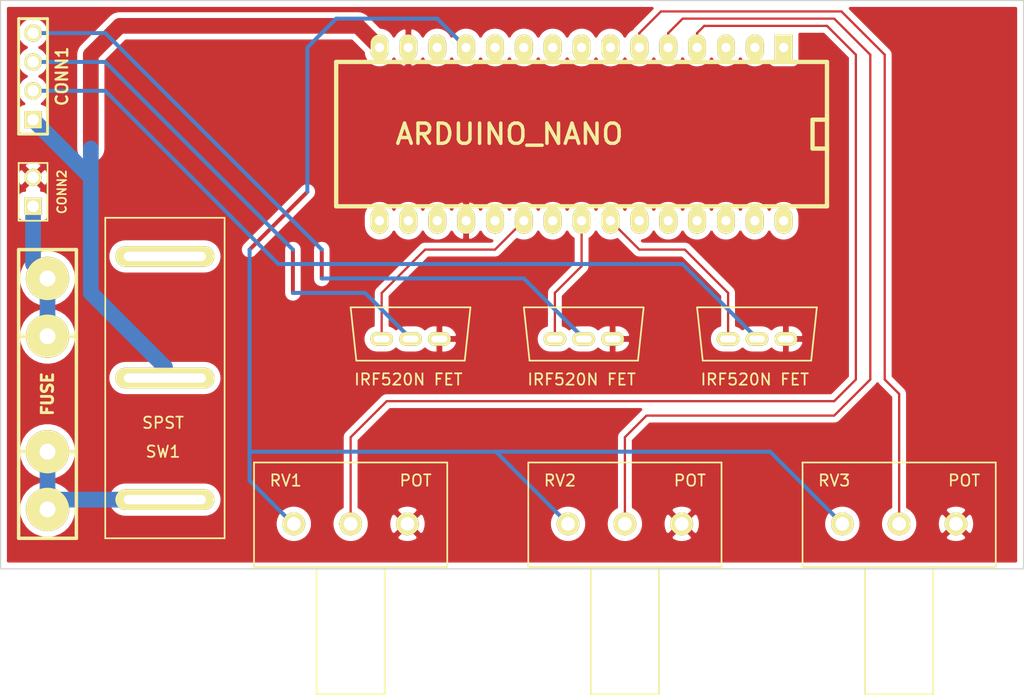
<source format=kicad_pcb>
(kicad_pcb (version 3) (host pcbnew "(2013-may-18)-stable")

  (general
    (links 26)
    (no_connects 0)
    (area 18.679999 19.949999 118.544049 81.130001)
    (thickness 1.6)
    (drawings 6)
    (tracks 90)
    (zones 0)
    (modules 12)
    (nets 15)
  )

  (page User 431.8 279.4)
  (title_block 
    (title "RGB LED v2")
    (rev 1)
    (company "coredump Hackerspace")
  )

  (layers
    (15 F.Cu signal)
    (0 B.Cu signal)
    (16 B.Adhes user)
    (17 F.Adhes user)
    (18 B.Paste user)
    (19 F.Paste user)
    (20 B.SilkS user)
    (21 F.SilkS user)
    (22 B.Mask user)
    (23 F.Mask user)
    (24 Dwgs.User user)
    (25 Cmts.User user)
    (26 Eco1.User user)
    (27 Eco2.User user)
    (28 Edge.Cuts user)
  )

  (setup
    (last_trace_width 0.2)
    (user_trace_width 0.2)
    (user_trace_width 0.35)
    (user_trace_width 1.38)
    (trace_clearance 0.015)
    (zone_clearance 0.508)
    (zone_45_only yes)
    (trace_min 0.01)
    (segment_width 0.2)
    (edge_width 0.1)
    (via_size 0.0295)
    (via_drill 0.0197)
    (via_min_size 0.0295)
    (via_min_drill 0.0197)
    (uvia_size 0.0295)
    (uvia_drill 0.0197)
    (uvias_allowed no)
    (uvia_min_size 0.0295)
    (uvia_min_drill 0.0197)
    (pcb_text_width 0.3)
    (pcb_text_size 1.5 1.5)
    (mod_edge_width 0.15)
    (mod_text_size 1 1)
    (mod_text_width 0.15)
    (pad_size 2 1.2)
    (pad_drill 1.4)
    (pad_to_mask_clearance 0)
    (aux_axis_origin 0 0)
    (visible_elements FFFFFBBF)
    (pcbplotparams
      (layerselection 3178497)
      (usegerberextensions true)
      (excludeedgelayer true)
      (linewidth 0.150000)
      (plotframeref false)
      (viasonmask false)
      (mode 1)
      (useauxorigin false)
      (hpglpennumber 1)
      (hpglpenspeed 20)
      (hpglpendiameter 15)
      (hpglpenoverlay 2)
      (psnegative false)
      (psa4output false)
      (plotreference true)
      (plotvalue true)
      (plotothertext true)
      (plotinvisibletext false)
      (padsonsilk false)
      (subtractmaskfromsilk false)
      (outputformat 1)
      (mirror false)
      (drillshape 0)
      (scaleselection 1)
      (outputdirectory ""))
  )

  (net 0 "")
  (net 1 GND)
  (net 2 N-000001)
  (net 3 N-0000010)
  (net 4 N-0000011)
  (net 5 N-0000012)
  (net 6 N-0000013)
  (net 7 N-0000014)
  (net 8 N-000002)
  (net 9 N-000003)
  (net 10 N-000004)
  (net 11 N-000005)
  (net 12 N-000007)
  (net 13 N-000008)
  (net 14 N-000009)

  (net_class Default "This is the default net class."
    (clearance 0.015)
    (trace_width 0.01)
    (via_dia 0.0295)
    (via_drill 0.0197)
    (uvia_dia 0.0295)
    (uvia_drill 0.0197)
    (add_net "")
    (add_net GND)
    (add_net N-000001)
    (add_net N-0000010)
    (add_net N-0000011)
    (add_net N-0000012)
    (add_net N-0000013)
    (add_net N-0000014)
    (add_net N-000002)
    (add_net N-000003)
    (add_net N-000004)
    (add_net N-000005)
    (add_net N-000007)
    (add_net N-000008)
    (add_net N-000009)
  )

  (module POT_3 (layer F.Cu) (tedit 547B1F02) (tstamp 547A1F0F)
    (at 49.53 66.04)
    (path /54775FF7)
    (fp_text reference RV1 (at -5.715 -3.81) (layer F.SilkS)
      (effects (font (size 1 1) (thickness 0.15)))
    )
    (fp_text value POT (at 5.715 -3.81) (layer F.SilkS)
      (effects (font (size 1 1) (thickness 0.15)))
    )
    (fp_line (start -3 3.8) (end -3 15) (layer F.SilkS) (width 0.15))
    (fp_line (start -3 15) (end 3 15) (layer F.SilkS) (width 0.15))
    (fp_line (start 3 15) (end 3 3.8) (layer F.SilkS) (width 0.15))
    (fp_line (start -8.5 3.8) (end 8.5 3.8) (layer F.SilkS) (width 0.15))
    (fp_line (start -8.5 -5.4) (end 8.5 -5.4) (layer F.SilkS) (width 0.15))
    (fp_line (start -8.5 -5.4) (end -8.5 3.8) (layer F.SilkS) (width 0.15))
    (fp_line (start 8.5 -5.4) (end 8.5 3.8) (layer F.SilkS) (width 0.15))
    (pad 1 thru_hole circle (at -5 0) (size 2 2) (drill 1.2)
      (layers *.Cu *.Mask F.SilkS)
      (net 2 N-000001)
    )
    (pad 2 thru_hole circle (at 0 0) (size 2 2) (drill 1.2)
      (layers *.Cu *.Mask F.SilkS)
      (net 9 N-000003)
    )
    (pad 3 thru_hole circle (at 5 0) (size 2 2) (drill 1.2)
      (layers *.Cu *.Mask F.SilkS)
      (net 1 GND)
    )
  )

  (module POT_3 (layer F.Cu) (tedit 547B1F15) (tstamp 547A1F1D)
    (at 73.66 66.04)
    (path /54776051)
    (fp_text reference RV2 (at -5.715 -3.81) (layer F.SilkS)
      (effects (font (size 1 1) (thickness 0.15)))
    )
    (fp_text value POT (at 5.715 -3.81) (layer F.SilkS)
      (effects (font (size 1 1) (thickness 0.15)))
    )
    (fp_line (start -3 3.8) (end -3 15) (layer F.SilkS) (width 0.15))
    (fp_line (start -3 15) (end 3 15) (layer F.SilkS) (width 0.15))
    (fp_line (start 3 15) (end 3 3.8) (layer F.SilkS) (width 0.15))
    (fp_line (start -8.5 3.8) (end 8.5 3.8) (layer F.SilkS) (width 0.15))
    (fp_line (start -8.5 -5.4) (end 8.5 -5.4) (layer F.SilkS) (width 0.15))
    (fp_line (start -8.5 -5.4) (end -8.5 3.8) (layer F.SilkS) (width 0.15))
    (fp_line (start 8.5 -5.4) (end 8.5 3.8) (layer F.SilkS) (width 0.15))
    (pad 1 thru_hole circle (at -5 0) (size 2 2) (drill 1.2)
      (layers *.Cu *.Mask F.SilkS)
      (net 2 N-000001)
    )
    (pad 2 thru_hole circle (at 0 0) (size 2 2) (drill 1.2)
      (layers *.Cu *.Mask F.SilkS)
      (net 10 N-000004)
    )
    (pad 3 thru_hole circle (at 5 0) (size 2 2) (drill 1.2)
      (layers *.Cu *.Mask F.SilkS)
      (net 1 GND)
    )
  )

  (module POT_3 (layer F.Cu) (tedit 547B1F22) (tstamp 547B1F95)
    (at 97.79 66.04)
    (path /54776057)
    (fp_text reference RV3 (at -5.715 -3.81) (layer F.SilkS)
      (effects (font (size 1 1) (thickness 0.15)))
    )
    (fp_text value POT (at 5.715 -3.81) (layer F.SilkS)
      (effects (font (size 1 1) (thickness 0.15)))
    )
    (fp_line (start -3 3.8) (end -3 15) (layer F.SilkS) (width 0.15))
    (fp_line (start -3 15) (end 3 15) (layer F.SilkS) (width 0.15))
    (fp_line (start 3 15) (end 3 3.8) (layer F.SilkS) (width 0.15))
    (fp_line (start -8.5 3.8) (end 8.5 3.8) (layer F.SilkS) (width 0.15))
    (fp_line (start -8.5 -5.4) (end 8.5 -5.4) (layer F.SilkS) (width 0.15))
    (fp_line (start -8.5 -5.4) (end -8.5 3.8) (layer F.SilkS) (width 0.15))
    (fp_line (start 8.5 -5.4) (end 8.5 3.8) (layer F.SilkS) (width 0.15))
    (pad 1 thru_hole circle (at -5 0) (size 2 2) (drill 1.2)
      (layers *.Cu *.Mask F.SilkS)
      (net 2 N-000001)
    )
    (pad 2 thru_hole circle (at 0 0) (size 2 2) (drill 1.2)
      (layers *.Cu *.Mask F.SilkS)
      (net 11 N-000005)
    )
    (pad 3 thru_hole circle (at 5 0) (size 2 2) (drill 1.2)
      (layers *.Cu *.Mask F.SilkS)
      (net 1 GND)
    )
  )

  (module PIN_ARRAY_4x1 (layer F.Cu) (tedit 547AED6C) (tstamp 547A1F37)
    (at 21.59 26.67 90)
    (descr "Double rangee de contacts 2 x 5 pins")
    (tags CONN)
    (path /5476D68C)
    (fp_text reference CONN1 (at 0 2.54 90) (layer F.SilkS)
      (effects (font (size 1.016 1.016) (thickness 0.2032)))
    )
    (fp_text value "RGB LED" (at 0 2.54 90) (layer F.SilkS) hide
      (effects (font (size 1.016 1.016) (thickness 0.2032)))
    )
    (fp_line (start 5.08 1.27) (end -5.08 1.27) (layer F.SilkS) (width 0.254))
    (fp_line (start 5.08 -1.27) (end -5.08 -1.27) (layer F.SilkS) (width 0.254))
    (fp_line (start -5.08 -1.27) (end -5.08 1.27) (layer F.SilkS) (width 0.254))
    (fp_line (start 5.08 1.27) (end 5.08 -1.27) (layer F.SilkS) (width 0.254))
    (pad 1 thru_hole rect (at -3.81 0 90) (size 1.524 1.524) (drill 1.016)
      (layers *.Cu *.Mask F.SilkS)
      (net 12 N-000007)
    )
    (pad 2 thru_hole circle (at -1.27 0 90) (size 1.524 1.524) (drill 1.016)
      (layers *.Cu *.Mask F.SilkS)
      (net 5 N-0000012)
    )
    (pad 3 thru_hole circle (at 1.27 0 90) (size 1.524 1.524) (drill 1.016)
      (layers *.Cu *.Mask F.SilkS)
      (net 6 N-0000013)
    )
    (pad 4 thru_hole circle (at 3.81 0 90) (size 1.524 1.524) (drill 1.016)
      (layers *.Cu *.Mask F.SilkS)
      (net 7 N-0000014)
    )
    (model pin_array\pins_array_4x1.wrl
      (at (xyz 0 0 0))
      (scale (xyz 1 1 1))
      (rotate (xyz 0 0 0))
    )
  )

  (module PIN_ARRAY_2X1 (layer F.Cu) (tedit 547AED78) (tstamp 547B0B73)
    (at 21.59 36.83 90)
    (descr "Connecteurs 2 pins")
    (tags "CONN DEV")
    (path /547A1B2B)
    (fp_text reference CONN2 (at 0 2.54 90) (layer F.SilkS)
      (effects (font (size 0.762 0.762) (thickness 0.1524)))
    )
    (fp_text value "VCC 12V" (at 0 -1.905 90) (layer F.SilkS) hide
      (effects (font (size 0.762 0.762) (thickness 0.1524)))
    )
    (fp_line (start -2.54 1.27) (end -2.54 -1.27) (layer F.SilkS) (width 0.1524))
    (fp_line (start -2.54 -1.27) (end 2.54 -1.27) (layer F.SilkS) (width 0.1524))
    (fp_line (start 2.54 -1.27) (end 2.54 1.27) (layer F.SilkS) (width 0.1524))
    (fp_line (start 2.54 1.27) (end -2.54 1.27) (layer F.SilkS) (width 0.1524))
    (pad 1 thru_hole rect (at -1.27 0 90) (size 1.524 1.524) (drill 1.016)
      (layers *.Cu *.Mask F.SilkS)
      (net 13 N-000008)
    )
    (pad 2 thru_hole circle (at 1.27 0 90) (size 1.524 1.524) (drill 1.016)
      (layers *.Cu *.Mask F.SilkS)
      (net 1 GND)
    )
    (model pin_array/pins_array_2x1.wrl
      (at (xyz 0 0 0))
      (scale (xyz 1 1 1))
      (rotate (xyz 0 0 0))
    )
  )

  (module KCD3 (layer F.Cu) (tedit 547B07E4) (tstamp 547B0845)
    (at 27.94 67.31 90)
    (path /547836EC)
    (fp_text reference SW1 (at 7.62 5.08 180) (layer F.SilkS)
      (effects (font (size 1 1) (thickness 0.15)))
    )
    (fp_text value SPST (at 10.16 5.08 180) (layer F.SilkS)
      (effects (font (size 1 1) (thickness 0.15)))
    )
    (fp_line (start 28.2 10.5) (end 0 10.5) (layer F.SilkS) (width 0.15))
    (fp_line (start 28.2 0) (end 28.2 10.5) (layer F.SilkS) (width 0.15))
    (fp_line (start 0 0) (end 28.2 0) (layer F.SilkS) (width 0.15))
    (fp_line (start 0 10.5) (end 0 0) (layer F.SilkS) (width 0.15))
    (pad 1 thru_hole oval (at 3.4 5.25 90) (size 1.82 8.72) (drill oval 0.82 7.22)
      (layers *.Cu *.Mask F.SilkS)
      (net 8 N-000002)
    )
    (pad 2 thru_hole oval (at 14.1 5.25 90) (size 1.82 8.72) (drill oval 0.82 7.22)
      (layers *.Cu *.Mask F.SilkS)
      (net 12 N-000007)
    )
    (pad 3 thru_hole oval (at 24.8 5.25 90) (size 1.82 8.72) (drill oval 0.82 7.22)
      (layers *.Cu *.Mask F.SilkS)
    )
  )

  (module arduino_nano (layer F.Cu) (tedit 547B1EF6) (tstamp 547B07E1)
    (at 68.58 31.75 180)
    (descr "30 pins DIL package, elliptical pads, width 600mil (arduino nano)")
    (tags "DIL arduino nano")
    (path /54776301)
    (fp_text reference UC1 (at -16.51 0 180) (layer F.SilkS) hide
      (effects (font (size 1.778 1.778) (thickness 0.3048)))
    )
    (fp_text value ARDUINO_NANO (at 5.08 0 180) (layer F.SilkS)
      (effects (font (size 1.778 1.778) (thickness 0.3048)))
    )
    (fp_line (start -22.86 -6.35) (end 20.32 -6.35) (layer F.SilkS) (width 0.381))
    (fp_line (start 20.32 -6.35) (end 20.32 6.35) (layer F.SilkS) (width 0.381))
    (fp_line (start 20.32 6.35) (end -22.86 6.35) (layer F.SilkS) (width 0.381))
    (fp_line (start -22.86 6.35) (end -22.86 -6.35) (layer F.SilkS) (width 0.381))
    (fp_line (start -22.86 1.27) (end -21.59 1.27) (layer F.SilkS) (width 0.381))
    (fp_line (start -21.59 1.27) (end -21.59 -1.27) (layer F.SilkS) (width 0.381))
    (fp_line (start -21.59 -1.27) (end -22.86 -1.27) (layer F.SilkS) (width 0.381))
    (pad 1 thru_hole rect (at -19.05 7.62 180) (size 1.5748 2.286) (drill 0.8128)
      (layers *.Cu *.Mask F.SilkS)
    )
    (pad 2 thru_hole oval (at -16.51 7.62 180) (size 1.5748 2.286) (drill 0.8128)
      (layers *.Cu *.Mask F.SilkS)
    )
    (pad 3 thru_hole oval (at -13.97 7.62 180) (size 1.5748 2.286) (drill 0.8128)
      (layers *.Cu *.Mask F.SilkS)
    )
    (pad 4 thru_hole oval (at -11.43 7.62 180) (size 1.5748 2.286) (drill 0.8128)
      (layers *.Cu *.Mask F.SilkS)
      (net 9 N-000003)
    )
    (pad 5 thru_hole oval (at -8.89 7.62 180) (size 1.5748 2.286) (drill 0.8128)
      (layers *.Cu *.Mask F.SilkS)
      (net 10 N-000004)
    )
    (pad 6 thru_hole oval (at -6.35 7.62 180) (size 1.5748 2.286) (drill 0.8128)
      (layers *.Cu *.Mask F.SilkS)
      (net 11 N-000005)
    )
    (pad 7 thru_hole oval (at -3.81 7.62 180) (size 1.5748 2.286) (drill 0.8128)
      (layers *.Cu *.Mask F.SilkS)
    )
    (pad 8 thru_hole oval (at -1.27 7.62 180) (size 1.5748 2.286) (drill 0.8128)
      (layers *.Cu *.Mask F.SilkS)
    )
    (pad 9 thru_hole oval (at 1.27 7.62 180) (size 1.5748 2.286) (drill 0.8128)
      (layers *.Cu *.Mask F.SilkS)
    )
    (pad 10 thru_hole oval (at 3.81 7.62 180) (size 1.5748 2.286) (drill 0.8128)
      (layers *.Cu *.Mask F.SilkS)
    )
    (pad 11 thru_hole oval (at 6.35 7.62 180) (size 1.5748 2.286) (drill 0.8128)
      (layers *.Cu *.Mask F.SilkS)
    )
    (pad 12 thru_hole oval (at 8.89 7.62 180) (size 1.5748 2.286) (drill 0.8128)
      (layers *.Cu *.Mask F.SilkS)
      (net 2 N-000001)
    )
    (pad 13 thru_hole oval (at 11.43 7.62 180) (size 1.5748 2.286) (drill 0.8128)
      (layers *.Cu *.Mask F.SilkS)
    )
    (pad 14 thru_hole oval (at 13.97 7.62 180) (size 1.5748 2.286) (drill 0.8128)
      (layers *.Cu *.Mask F.SilkS)
      (net 1 GND)
    )
    (pad 15 thru_hole oval (at 16.51 7.62 180) (size 1.5748 2.286) (drill 0.8128)
      (layers *.Cu *.Mask F.SilkS)
      (net 12 N-000007)
    )
    (pad 16 thru_hole oval (at 16.51 -7.62 180) (size 1.5748 2.286) (drill 0.8128)
      (layers *.Cu *.Mask F.SilkS)
    )
    (pad 17 thru_hole oval (at 13.97 -7.62 180) (size 1.5748 2.286) (drill 0.8128)
      (layers *.Cu *.Mask F.SilkS)
    )
    (pad 18 thru_hole oval (at 11.43 -7.62 180) (size 1.5748 2.286) (drill 0.8128)
      (layers *.Cu *.Mask F.SilkS)
    )
    (pad 19 thru_hole oval (at 8.89 -7.62 180) (size 1.5748 2.286) (drill 0.8128)
      (layers *.Cu *.Mask F.SilkS)
      (net 1 GND)
    )
    (pad 20 thru_hole oval (at 6.35 -7.62 180) (size 1.5748 2.286) (drill 0.8128)
      (layers *.Cu *.Mask F.SilkS)
    )
    (pad 21 thru_hole oval (at 3.81 -7.62 180) (size 1.5748 2.286) (drill 0.8128)
      (layers *.Cu *.Mask F.SilkS)
      (net 14 N-000009)
    )
    (pad 22 thru_hole oval (at 1.27 -7.62 180) (size 1.5748 2.286) (drill 0.8128)
      (layers *.Cu *.Mask F.SilkS)
    )
    (pad 23 thru_hole oval (at -1.27 -7.62 180) (size 1.5748 2.286) (drill 0.8128)
      (layers *.Cu *.Mask F.SilkS)
      (net 3 N-0000010)
    )
    (pad 24 thru_hole oval (at -3.81 -7.62 180) (size 1.5748 2.286) (drill 0.8128)
      (layers *.Cu *.Mask F.SilkS)
      (net 4 N-0000011)
    )
    (pad 25 thru_hole oval (at -6.35 -7.62 180) (size 1.5748 2.286) (drill 0.8128)
      (layers *.Cu *.Mask F.SilkS)
    )
    (pad 26 thru_hole oval (at -8.89 -7.62 180) (size 1.5748 2.286) (drill 0.8128)
      (layers *.Cu *.Mask F.SilkS)
    )
    (pad 27 thru_hole oval (at -11.43 -7.62 180) (size 1.5748 2.286) (drill 0.8128)
      (layers *.Cu *.Mask F.SilkS)
    )
    (pad 28 thru_hole oval (at -13.97 -7.62 180) (size 1.5748 2.286) (drill 0.8128)
      (layers *.Cu *.Mask F.SilkS)
    )
    (pad 29 thru_hole oval (at -16.51 -7.62 180) (size 1.5748 2.286) (drill 0.8128)
      (layers *.Cu *.Mask F.SilkS)
    )
    (pad 30 thru_hole oval (at -19.05 -7.62 180) (size 1.5748 2.286) (drill 0.8128)
      (layers *.Cu *.Mask F.SilkS)
    )
    (model arduino-nano.wrl
      (at (xyz -0.978 -0.385 0))
      (scale (xyz 0.3937 0.3937 0.3937))
      (rotate (xyz 0 0 0))
    )
  )

  (module OSHW_MASK_7MM (layer F.Cu) (tedit 0) (tstamp 547A39AD)
    (at 36.83 28.575)
    (fp_text reference G*** (at 0 3.71094) (layer F.Mask) hide
      (effects (font (size 0.3175 0.3175) (thickness 0.0635)))
    )
    (fp_text value LOGO (at 0 -3.71094) (layer F.Mask) hide
      (effects (font (size 0.3175 0.3175) (thickness 0.0635)))
    )
    (fp_poly (pts (xy -2.1209 3.14452) (xy -2.08534 3.1242) (xy -2.00152 3.0734) (xy -1.88468 2.9972)
      (xy -1.74752 2.90322) (xy -1.60782 2.80924) (xy -1.49606 2.73304) (xy -1.41478 2.68224)
      (xy -1.38176 2.66446) (xy -1.36398 2.66954) (xy -1.29794 2.70256) (xy -1.20142 2.75082)
      (xy -1.14808 2.7813) (xy -1.05918 2.8194) (xy -1.016 2.82702) (xy -1.00838 2.81432)
      (xy -0.97536 2.74574) (xy -0.92456 2.63144) (xy -0.85852 2.48158) (xy -0.78486 2.30378)
      (xy -0.70358 2.11074) (xy -0.6223 1.91516) (xy -0.54356 1.72974) (xy -0.47498 1.5621)
      (xy -0.42164 1.42494) (xy -0.38354 1.33096) (xy -0.37084 1.29032) (xy -0.37592 1.2827)
      (xy -0.4191 1.23952) (xy -0.4953 1.1811) (xy -0.6604 1.04648) (xy -0.8255 0.84328)
      (xy -0.92456 0.61214) (xy -0.95758 0.35306) (xy -0.92964 0.1143) (xy -0.83566 -0.1143)
      (xy -0.67564 -0.32004) (xy -0.4826 -0.47244) (xy -0.254 -0.5715) (xy 0 -0.60198)
      (xy 0.24384 -0.57404) (xy 0.47752 -0.4826) (xy 0.68326 -0.32512) (xy 0.77216 -0.22352)
      (xy 0.89154 -0.01524) (xy 0.96012 0.20828) (xy 0.96774 0.26416) (xy 0.95758 0.51054)
      (xy 0.88392 0.74676) (xy 0.75438 0.95758) (xy 0.57404 1.1303) (xy 0.55118 1.14554)
      (xy 0.46736 1.20904) (xy 0.41148 1.25222) (xy 0.3683 1.28778) (xy 0.68072 2.03962)
      (xy 0.73152 2.16154) (xy 0.81788 2.36728) (xy 0.89408 2.54508) (xy 0.9525 2.68478)
      (xy 0.99568 2.77876) (xy 1.01346 2.81686) (xy 1.016 2.8194) (xy 1.04394 2.82448)
      (xy 1.09982 2.80416) (xy 1.2065 2.75336) (xy 1.27508 2.7178) (xy 1.35636 2.67716)
      (xy 1.39192 2.66446) (xy 1.4224 2.6797) (xy 1.4986 2.7305) (xy 1.61036 2.80416)
      (xy 1.74498 2.8956) (xy 1.87452 2.9845) (xy 1.99136 3.0607) (xy 2.07772 3.11658)
      (xy 2.11836 3.13944) (xy 2.12598 3.13944) (xy 2.16408 3.11912) (xy 2.23012 3.0607)
      (xy 2.33426 2.96418) (xy 2.47904 2.82194) (xy 2.5019 2.79908) (xy 2.62128 2.67716)
      (xy 2.7178 2.57556) (xy 2.7813 2.50444) (xy 2.8067 2.47142) (xy 2.8067 2.47142)
      (xy 2.78384 2.43078) (xy 2.7305 2.34442) (xy 2.65176 2.22504) (xy 2.55524 2.08534)
      (xy 2.30632 1.72212) (xy 2.44348 1.37922) (xy 2.48666 1.27508) (xy 2.54 1.14808)
      (xy 2.5781 1.05664) (xy 2.59842 1.01854) (xy 2.63652 1.0033) (xy 2.7305 0.98298)
      (xy 2.86512 0.95504) (xy 3.02768 0.92456) (xy 3.18262 0.89408) (xy 3.32232 0.86868)
      (xy 3.42138 0.84836) (xy 3.4671 0.84074) (xy 3.47726 0.83312) (xy 3.48742 0.8128)
      (xy 3.4925 0.76454) (xy 3.49758 0.68072) (xy 3.49758 0.5461) (xy 3.49758 0.35306)
      (xy 3.49758 0.33274) (xy 3.49758 0.14732) (xy 3.4925 0.00254) (xy 3.48742 -0.09398)
      (xy 3.48234 -0.13208) (xy 3.48234 -0.13208) (xy 3.43916 -0.14224) (xy 3.3401 -0.16256)
      (xy 3.2004 -0.1905) (xy 3.0353 -0.22098) (xy 3.02514 -0.22352) (xy 2.8575 -0.25654)
      (xy 2.72034 -0.28448) (xy 2.62382 -0.30734) (xy 2.58064 -0.32004) (xy 2.57302 -0.3302)
      (xy 2.54 -0.39624) (xy 2.49174 -0.49784) (xy 2.4384 -0.62484) (xy 2.38252 -0.75438)
      (xy 2.3368 -0.87122) (xy 2.30632 -0.95758) (xy 2.29616 -0.99822) (xy 2.29616 -0.99822)
      (xy 2.32156 -1.03886) (xy 2.37744 -1.12268) (xy 2.45872 -1.24206) (xy 2.55524 -1.3843)
      (xy 2.56286 -1.39446) (xy 2.65684 -1.53416) (xy 2.73558 -1.65354) (xy 2.78638 -1.73736)
      (xy 2.8067 -1.77546) (xy 2.80416 -1.778) (xy 2.77368 -1.81864) (xy 2.70256 -1.89992)
      (xy 2.60096 -2.0066) (xy 2.4765 -2.12852) (xy 2.4384 -2.16662) (xy 2.30378 -2.30124)
      (xy 2.20726 -2.3876) (xy 2.14884 -2.43332) (xy 2.1209 -2.44348) (xy 2.1209 -2.44348)
      (xy 2.07772 -2.41808) (xy 1.98882 -2.35966) (xy 1.86944 -2.27838) (xy 1.7272 -2.18186)
      (xy 1.71704 -2.17678) (xy 1.57734 -2.08026) (xy 1.4605 -2.00152) (xy 1.37922 -1.94564)
      (xy 1.34366 -1.92532) (xy 1.33604 -1.92532) (xy 1.28016 -1.94056) (xy 1.1811 -1.97612)
      (xy 1.05664 -2.02438) (xy 0.9271 -2.07518) (xy 0.81026 -2.12598) (xy 0.72136 -2.16662)
      (xy 0.68072 -2.18948) (xy 0.67818 -2.19202) (xy 0.66548 -2.24282) (xy 0.64008 -2.34696)
      (xy 0.6096 -2.49174) (xy 0.57912 -2.66192) (xy 0.57404 -2.68986) (xy 0.54102 -2.85496)
      (xy 0.51562 -2.99466) (xy 0.4953 -3.08864) (xy 0.48514 -3.12928) (xy 0.46228 -3.13436)
      (xy 0.381 -3.13944) (xy 0.25654 -3.14198) (xy 0.10414 -3.14452) (xy -0.05334 -3.14452)
      (xy -0.20828 -3.13944) (xy -0.34036 -3.13436) (xy -0.43434 -3.12928) (xy -0.47244 -3.12166)
      (xy -0.47498 -3.11912) (xy -0.49022 -3.06832) (xy -0.51308 -2.96164) (xy -0.54102 -2.81686)
      (xy -0.57404 -2.64668) (xy -0.57912 -2.6162) (xy -0.61214 -2.44856) (xy -0.64008 -2.3114)
      (xy -0.6604 -2.21996) (xy -0.67056 -2.18186) (xy -0.6858 -2.17424) (xy -0.75438 -2.14376)
      (xy -0.86614 -2.09804) (xy -1.0033 -2.04216) (xy -1.32334 -1.91262) (xy -1.71704 -2.18186)
      (xy -1.7526 -2.20472) (xy -1.89484 -2.30124) (xy -2.00914 -2.37998) (xy -2.09042 -2.43078)
      (xy -2.12344 -2.4511) (xy -2.12598 -2.44856) (xy -2.16662 -2.41554) (xy -2.24536 -2.34188)
      (xy -2.3495 -2.23774) (xy -2.47396 -2.11582) (xy -2.5654 -2.02438) (xy -2.67462 -1.91262)
      (xy -2.7432 -1.83896) (xy -2.77876 -1.7907) (xy -2.794 -1.76276) (xy -2.78892 -1.74498)
      (xy -2.76352 -1.70434) (xy -2.70764 -1.61798) (xy -2.62636 -1.4986) (xy -2.52984 -1.3589)
      (xy -2.4511 -1.24206) (xy -2.36728 -1.10998) (xy -2.3114 -1.016) (xy -2.29108 -0.97028)
      (xy -2.29616 -0.9525) (xy -2.3241 -0.87376) (xy -2.36982 -0.75946) (xy -2.43078 -0.61976)
      (xy -2.5654 -0.30988) (xy -2.77114 -0.26924) (xy -2.89306 -0.24638) (xy -3.06578 -0.21336)
      (xy -3.23088 -0.18034) (xy -3.48996 -0.13208) (xy -3.50012 0.81534) (xy -3.45948 0.83312)
      (xy -3.42138 0.84328) (xy -3.32486 0.8636) (xy -3.1877 0.89154) (xy -3.02768 0.92202)
      (xy -2.89052 0.94742) (xy -2.75336 0.97536) (xy -2.6543 0.99314) (xy -2.60858 1.0033)
      (xy -2.59842 1.01854) (xy -2.56286 1.08458) (xy -2.5146 1.19126) (xy -2.45872 1.31826)
      (xy -2.40284 1.45288) (xy -2.35458 1.5748) (xy -2.32156 1.66878) (xy -2.30886 1.71704)
      (xy -2.32664 1.7526) (xy -2.37998 1.83388) (xy -2.45618 1.95072) (xy -2.55016 2.08788)
      (xy -2.64414 2.22504) (xy -2.72288 2.34188) (xy -2.77876 2.4257) (xy -2.80162 2.4638)
      (xy -2.78892 2.49174) (xy -2.73558 2.55778) (xy -2.63144 2.66446) (xy -2.4765 2.81686)
      (xy -2.4511 2.84226) (xy -2.32918 2.9591) (xy -2.22504 3.05562) (xy -2.15392 3.11912)
      (xy -2.1209 3.14452)) (layer F.Mask) (width 0.00254))
  )

  (module FUSE5-20 (layer F.Cu) (tedit 547B080A) (tstamp 547B0B91)
    (at 22.86 54.61 270)
    (descr "Support fusible 5 x 20")
    (tags DEV)
    (path /547B0358)
    (fp_text reference F1 (at 0 0 270) (layer F.SilkS) hide
      (effects (font (size 2.83464 1.59512) (thickness 0.3048)))
    )
    (fp_text value FUSE (at 0 0 270) (layer F.SilkS)
      (effects (font (size 1 1) (thickness 0.25)))
    )
    (fp_line (start -12.7 -2.54) (end 12.7 -2.54) (layer F.SilkS) (width 0.3048))
    (fp_line (start 12.7 -2.54) (end 12.7 2.54) (layer F.SilkS) (width 0.3048))
    (fp_line (start 12.7 2.54) (end -12.7 2.54) (layer F.SilkS) (width 0.3048))
    (fp_line (start -12.7 2.54) (end -12.7 -2.54) (layer F.SilkS) (width 0.3048))
    (fp_line (start -5.08 -2.54) (end -5.08 2.54) (layer F.SilkS) (width 0.3048))
    (fp_line (start 5.08 -2.54) (end 5.08 2.54) (layer F.SilkS) (width 0.3048))
    (pad 1 thru_hole circle (at -10.16 0 270) (size 3.81 3.81) (drill 1.397)
      (layers *.Cu *.Mask F.SilkS)
      (net 13 N-000008)
    )
    (pad 1 thru_hole circle (at -5.08 0 270) (size 3.81 3.81) (drill 1.397)
      (layers *.Cu *.Mask F.SilkS)
      (net 13 N-000008)
    )
    (pad 2 thru_hole circle (at 5.08 0 270) (size 3.81 3.81) (drill 1.397)
      (layers *.Cu *.Mask F.SilkS)
      (net 8 N-000002)
    )
    (pad 2 thru_hole circle (at 10.16 0 270) (size 3.81 3.81) (drill 1.397)
      (layers *.Cu *.Mask F.SilkS)
      (net 8 N-000002)
    )
  )

  (module IRF520N (layer F.Cu) (tedit 547B0EB1) (tstamp 547B0811)
    (at 49.53 46.99)
    (path /5476D26F)
    (fp_text reference QR1 (at -1.27 5.08) (layer F.SilkS) hide
      (effects (font (size 1 1) (thickness 0.15)))
    )
    (fp_text value "IRF520N FET" (at 5.08 6.35) (layer F.SilkS)
      (effects (font (size 1 1) (thickness 0.15)))
    )
    (fp_line (start 0 0) (end 10.54 0) (layer F.SilkS) (width 0.15))
    (fp_line (start 10.54 0) (end 10.04 4.69) (layer F.SilkS) (width 0.15))
    (fp_line (start 10.04 4.69) (end 0.5 4.69) (layer F.SilkS) (width 0.15))
    (fp_line (start 0.5 4.69) (end 0 0) (layer F.SilkS) (width 0.15))
    (pad G thru_hole oval (at 2.73 2.78) (size 2 1.2) (drill oval 1.4 0.6)
      (layers *.Cu *.Mask F.SilkS)
      (net 14 N-000009)
    )
    (pad D thru_hole oval (at 5.27 2.78) (size 2 1.2) (drill oval 1.4 0.6)
      (layers *.Cu *.Mask F.SilkS)
      (net 6 N-0000013)
    )
    (pad S thru_hole oval (at 7.81 2.78) (size 2 1.2) (drill oval 1.4 0.6)
      (layers *.Cu *.Mask F.SilkS)
      (net 1 GND)
    )
    (model irf520n.wrl
      (at (xyz 0 0 0))
      (scale (xyz 0.3937 0.3937 0.3937))
      (rotate (xyz 0 0 0))
    )
  )

  (module IRF520N (layer F.Cu) (tedit 547B0EB1) (tstamp 547B07F9)
    (at 64.77 46.99)
    (path /5476D28C)
    (fp_text reference QB1 (at -1.27 5.08) (layer F.SilkS) hide
      (effects (font (size 1 1) (thickness 0.15)))
    )
    (fp_text value "IRF520N FET" (at 5.08 6.35) (layer F.SilkS)
      (effects (font (size 1 1) (thickness 0.15)))
    )
    (fp_line (start 0 0) (end 10.54 0) (layer F.SilkS) (width 0.15))
    (fp_line (start 10.54 0) (end 10.04 4.69) (layer F.SilkS) (width 0.15))
    (fp_line (start 10.04 4.69) (end 0.5 4.69) (layer F.SilkS) (width 0.15))
    (fp_line (start 0.5 4.69) (end 0 0) (layer F.SilkS) (width 0.15))
    (pad G thru_hole oval (at 2.73 2.78) (size 2 1.2) (drill oval 1.4 0.6)
      (layers *.Cu *.Mask F.SilkS)
      (net 3 N-0000010)
    )
    (pad D thru_hole oval (at 5.27 2.78) (size 2 1.2) (drill oval 1.4 0.6)
      (layers *.Cu *.Mask F.SilkS)
      (net 7 N-0000014)
    )
    (pad S thru_hole oval (at 7.81 2.78) (size 2 1.2) (drill oval 1.4 0.6)
      (layers *.Cu *.Mask F.SilkS)
      (net 1 GND)
    )
    (model irf520n.wrl
      (at (xyz 0 0 0))
      (scale (xyz 0.3937 0.3937 0.3937))
      (rotate (xyz 0 0 0))
    )
  )

  (module IRF520N (layer F.Cu) (tedit 547B0EB1) (tstamp 547B0F7F)
    (at 80.01 46.99)
    (path /5476D286)
    (fp_text reference QG1 (at -1.27 5.08) (layer F.SilkS) hide
      (effects (font (size 1 1) (thickness 0.15)))
    )
    (fp_text value "IRF520N FET" (at 5.08 6.35) (layer F.SilkS)
      (effects (font (size 1 1) (thickness 0.15)))
    )
    (fp_line (start 0 0) (end 10.54 0) (layer F.SilkS) (width 0.15))
    (fp_line (start 10.54 0) (end 10.04 4.69) (layer F.SilkS) (width 0.15))
    (fp_line (start 10.04 4.69) (end 0.5 4.69) (layer F.SilkS) (width 0.15))
    (fp_line (start 0.5 4.69) (end 0 0) (layer F.SilkS) (width 0.15))
    (pad G thru_hole oval (at 2.73 2.78) (size 2 1.2) (drill oval 1.4 0.6)
      (layers *.Cu *.Mask F.SilkS)
      (net 4 N-0000011)
    )
    (pad D thru_hole oval (at 5.27 2.78) (size 2 1.2) (drill oval 1.4 0.6)
      (layers *.Cu *.Mask F.SilkS)
      (net 5 N-0000012)
    )
    (pad S thru_hole oval (at 7.81 2.78) (size 2 1.2) (drill oval 1.4 0.6)
      (layers *.Cu *.Mask F.SilkS)
      (net 1 GND)
    )
    (model irf520n.wrl
      (at (xyz 0 0 0))
      (scale (xyz 0.3937 0.3937 0.3937))
      (rotate (xyz 0 0 0))
    )
  )

  (gr_text "open source\nhardware" (at 36.83 33.655) (layer F.Mask)
    (effects (font (size 1.4 1.4) (thickness 0.25)))
  )
  (gr_text "coredump\nRGB LED V2 2014" (at 104.775 36.83 270) (layer F.Mask)
    (effects (font (size 2 2) (thickness 0.3)))
  )
  (gr_line (start 18.73 20) (end 18.73 70) (angle 90) (layer Edge.Cuts) (width 0.1))
  (gr_line (start 18.73 20) (end 108.73 20) (angle 90) (layer Edge.Cuts) (width 0.1))
  (gr_line (start 108.73 20) (end 108.73 70) (angle 90) (layer Edge.Cuts) (width 0.1))
  (gr_line (start 18.73 70) (end 108.73 70) (angle 90) (layer Edge.Cuts) (width 0.1))

  (segment (start 62.23 59.69) (end 86.44 59.69) (width 0.35) (layer B.Cu) (net 2))
  (segment (start 86.44 59.69) (end 92.79 66.04) (width 0.35) (layer B.Cu) (net 2) (tstamp 547B12BA))
  (segment (start 40.64 59.69) (end 62.23 59.69) (width 0.35) (layer B.Cu) (net 2))
  (segment (start 62.23 59.69) (end 62.31 59.69) (width 0.35) (layer B.Cu) (net 2) (tstamp 547B12B8))
  (segment (start 62.31 59.69) (end 68.66 66.04) (width 0.35) (layer B.Cu) (net 2) (tstamp 547B12B4))
  (segment (start 59.69 24.13) (end 57.15 21.59) (width 0.35) (layer B.Cu) (net 2))
  (segment (start 44.45 66.04) (end 44.53 66.04) (width 0.35) (layer B.Cu) (net 2) (tstamp 547B1298))
  (segment (start 40.64 62.23) (end 44.45 66.04) (width 0.35) (layer B.Cu) (net 2) (tstamp 547B127B))
  (segment (start 40.64 41.91) (end 40.64 59.69) (width 0.35) (layer B.Cu) (net 2) (tstamp 547B127A))
  (segment (start 40.64 59.69) (end 40.64 62.23) (width 0.35) (layer B.Cu) (net 2) (tstamp 547B12B2))
  (via (at 40.64 41.91) (size 0.0295) (layers F.Cu B.Cu) (net 2))
  (segment (start 45.72 36.83) (end 40.64 41.91) (width 0.35) (layer F.Cu) (net 2) (tstamp 547B1274))
  (via (at 45.72 36.83) (size 0.0295) (layers F.Cu B.Cu) (net 2))
  (segment (start 45.72 24.13) (end 45.72 36.83) (width 0.35) (layer B.Cu) (net 2) (tstamp 547B126A))
  (segment (start 48.26 21.59) (end 45.72 24.13) (width 0.35) (layer B.Cu) (net 2) (tstamp 547B1266))
  (segment (start 57.15 21.59) (end 48.26 21.59) (width 0.35) (layer B.Cu) (net 2) (tstamp 547B125A))
  (segment (start 67.5 49.77) (end 67.5 45.7205) (width 0.2) (layer F.Cu) (net 3))
  (segment (start 67.5 45.7205) (end 69.85 43.3705) (width 0.2) (layer F.Cu) (net 3) (tstamp 547B118D))
  (segment (start 69.85 43.3705) (end 69.85 39.37) (width 0.2) (layer F.Cu) (net 3) (tstamp 547B1194))
  (segment (start 82.74 49.77) (end 82.74 45.7205) (width 0.2) (layer F.Cu) (net 4))
  (segment (start 82.74 45.7205) (end 78.9305 41.911) (width 0.2) (layer F.Cu) (net 4) (tstamp 547B11A2))
  (segment (start 78.9305 41.911) (end 74.931 41.911) (width 0.2) (layer F.Cu) (net 4) (tstamp 547B11AF))
  (segment (start 74.931 41.911) (end 72.39 39.37) (width 0.2) (layer F.Cu) (net 4) (tstamp 547B11C2))
  (segment (start 21.59 27.94) (end 27.94 27.94) (width 0.35) (layer B.Cu) (net 5))
  (segment (start 85.28 49.72) (end 85.28 49.77) (width 0.35) (layer B.Cu) (net 5) (tstamp 547B0FB2))
  (segment (start 78.74 43.18) (end 85.28 49.72) (width 0.35) (layer B.Cu) (net 5) (tstamp 547B0FB1))
  (segment (start 43.18 43.18) (end 78.74 43.18) (width 0.35) (layer B.Cu) (net 5) (tstamp 547B0FB0))
  (segment (start 27.94 27.94) (end 43.18 43.18) (width 0.35) (layer B.Cu) (net 5) (tstamp 547B0FAF))
  (segment (start 21.59 25.4) (end 27.94 25.4) (width 0.35) (layer B.Cu) (net 6))
  (segment (start 54.8 49.72) (end 54.8 49.77) (width 0.35) (layer B.Cu) (net 6) (tstamp 547B0E1B))
  (segment (start 50.8 45.72) (end 54.8 49.72) (width 0.35) (layer B.Cu) (net 6) (tstamp 547B0E16))
  (segment (start 44.45 45.72) (end 50.8 45.72) (width 0.35) (layer B.Cu) (net 6) (tstamp 547B0E15))
  (via (at 44.45 45.72) (size 0.0295) (layers F.Cu B.Cu) (net 6))
  (segment (start 44.45 41.91) (end 44.45 45.72) (width 0.35) (layer F.Cu) (net 6) (tstamp 547B0E0E))
  (via (at 44.45 41.91) (size 0.0295) (layers F.Cu B.Cu) (net 6))
  (segment (start 27.94 25.4) (end 44.45 41.91) (width 0.35) (layer B.Cu) (net 6) (tstamp 547B0DFB))
  (segment (start 70.04 49.72) (end 70.04 49.77) (width 0.35) (layer B.Cu) (net 7) (tstamp 547B103D))
  (segment (start 64.77 44.45) (end 70.04 49.72) (width 0.35) (layer B.Cu) (net 7) (tstamp 547B103C))
  (segment (start 46.99 44.45) (end 64.77 44.45) (width 0.35) (layer B.Cu) (net 7) (tstamp 547B103B))
  (via (at 46.99 44.45) (size 0.0295) (layers F.Cu B.Cu) (net 7))
  (segment (start 46.99 41.91) (end 46.99 44.45) (width 0.35) (layer F.Cu) (net 7) (tstamp 547B1038))
  (via (at 46.99 41.91) (size 0.0295) (layers F.Cu B.Cu) (net 7))
  (segment (start 27.94 22.86) (end 46.99 41.91) (width 0.35) (layer B.Cu) (net 7) (tstamp 547B1032))
  (segment (start 21.59 22.86) (end 27.94 22.86) (width 0.35) (layer B.Cu) (net 7))
  (segment (start 22.86 64.77) (end 23.72 63.91) (width 1.38) (layer B.Cu) (net 8) (tstamp 547B084D))
  (segment (start 23.72 63.91) (end 33.19 63.91) (width 1.38) (layer B.Cu) (net 8) (tstamp 547B084E))
  (segment (start 22.86 59.69) (end 22.86 64.77) (width 1.38) (layer B.Cu) (net 8))
  (segment (start 80.01 24.13) (end 80.01 22.86) (width 0.2) (layer F.Cu) (net 9))
  (segment (start 49.53 58.42) (end 49.53 66.04) (width 0.2) (layer F.Cu) (net 9) (tstamp 547B1DB5))
  (segment (start 52.705 55.245) (end 49.53 58.42) (width 0.2) (layer F.Cu) (net 9) (tstamp 547B1DAC))
  (segment (start 92.075 55.245) (end 52.705 55.245) (width 0.2) (layer F.Cu) (net 9) (tstamp 547B1DA5))
  (segment (start 93.98 53.34) (end 92.075 55.245) (width 0.2) (layer F.Cu) (net 9) (tstamp 547B1DA1))
  (segment (start 93.98 24.765) (end 93.98 53.34) (width 0.2) (layer F.Cu) (net 9) (tstamp 547B1D9F))
  (segment (start 91.44 22.225) (end 93.98 24.765) (width 0.2) (layer F.Cu) (net 9) (tstamp 547B1D9D))
  (segment (start 80.645 22.225) (end 91.44 22.225) (width 0.2) (layer F.Cu) (net 9) (tstamp 547B1D9B))
  (segment (start 80.01 22.86) (end 80.645 22.225) (width 0.2) (layer F.Cu) (net 9) (tstamp 547B1D9A))
  (segment (start 77.47 24.13) (end 77.47 22.86) (width 0.2) (layer F.Cu) (net 10))
  (segment (start 73.66 58.42) (end 73.66 66.04) (width 0.2) (layer F.Cu) (net 10) (tstamp 547B1E25))
  (segment (start 75.565 56.515) (end 73.66 58.42) (width 0.2) (layer F.Cu) (net 10) (tstamp 547B1E22))
  (segment (start 92.075 56.515) (end 75.565 56.515) (width 0.2) (layer F.Cu) (net 10) (tstamp 547B1E20))
  (segment (start 95.25 53.34) (end 92.075 56.515) (width 0.2) (layer F.Cu) (net 10) (tstamp 547B1E1A))
  (segment (start 95.25 24.765) (end 95.25 53.34) (width 0.2) (layer F.Cu) (net 10) (tstamp 547B1E14))
  (segment (start 92.075 21.59) (end 95.25 24.765) (width 0.2) (layer F.Cu) (net 10) (tstamp 547B1E11))
  (segment (start 78.74 21.59) (end 92.075 21.59) (width 0.2) (layer F.Cu) (net 10) (tstamp 547B1E0E))
  (segment (start 77.47 22.86) (end 78.74 21.59) (width 0.2) (layer F.Cu) (net 10) (tstamp 547B1E0D))
  (segment (start 74.93 24.13) (end 74.93 22.86) (width 0.2) (layer F.Cu) (net 11))
  (segment (start 97.79 54.61) (end 97.79 66.04) (width 0.2) (layer F.Cu) (net 11) (tstamp 547B1E52))
  (segment (start 96.52 53.34) (end 97.79 54.61) (width 0.2) (layer F.Cu) (net 11) (tstamp 547B1E4E))
  (segment (start 96.52 24.765) (end 96.52 53.34) (width 0.2) (layer F.Cu) (net 11) (tstamp 547B1E4D))
  (segment (start 92.71 20.955) (end 96.52 24.765) (width 0.2) (layer F.Cu) (net 11) (tstamp 547B1E49))
  (segment (start 76.835 20.955) (end 92.71 20.955) (width 0.2) (layer F.Cu) (net 11) (tstamp 547B1E47))
  (segment (start 74.93 22.86) (end 76.835 20.955) (width 0.2) (layer F.Cu) (net 11) (tstamp 547B1E46))
  (segment (start 26.67 24.765) (end 26.67 33.02) (width 1.38) (layer F.Cu) (net 12))
  (via (at 26.67 24.765) (size 0.0295) (layers F.Cu B.Cu) (net 12))
  (segment (start 26.67 24.765) (end 29.21 22.225) (width 1.38) (layer F.Cu) (net 12) (tstamp 547B0D22))
  (segment (start 29.21 22.225) (end 50.165 22.225) (width 1.38) (layer F.Cu) (net 12) (tstamp 547B0D23))
  (segment (start 52.07 24.13) (end 50.165 22.225) (width 1.38) (layer F.Cu) (net 12) (tstamp 547B0D2A))
  (segment (start 26.67 33.02) (end 26.67 35.56) (width 1.38) (layer B.Cu) (net 12) (tstamp 547B0D67))
  (via (at 26.67 33.02) (size 0.0295) (layers F.Cu B.Cu) (net 12))
  (segment (start 33.19 53.21) (end 33.19 52.24) (width 1.38) (layer B.Cu) (net 12))
  (segment (start 26.67 35.56) (end 21.59 30.48) (width 1.38) (layer B.Cu) (net 12) (tstamp 547B0BA0))
  (segment (start 26.67 45.72) (end 26.67 35.56) (width 1.38) (layer B.Cu) (net 12) (tstamp 547B0B9E))
  (segment (start 33.19 52.24) (end 26.67 45.72) (width 1.38) (layer B.Cu) (net 12) (tstamp 547B0B9D))
  (segment (start 21.59 38.1) (end 21.59 43.18) (width 1.38) (layer B.Cu) (net 13) (status 10))
  (segment (start 21.59 43.18) (end 22.86 44.45) (width 1.38) (layer B.Cu) (net 13) (tstamp 547B0849))
  (segment (start 22.86 44.45) (end 22.86 49.53) (width 1.38) (layer B.Cu) (net 13) (tstamp 547B084A))
  (segment (start 52.26 49.77) (end 52.26 45.7332) (width 0.2) (layer F.Cu) (net 14))
  (segment (start 52.26 45.7332) (end 56.0832 41.91) (width 0.2) (layer F.Cu) (net 14) (tstamp 547B1103))
  (segment (start 56.0832 41.91) (end 62.23 41.91) (width 0.2) (layer F.Cu) (net 14) (tstamp 547B1111))
  (segment (start 62.23 41.91) (end 64.77 39.37) (width 0.2) (layer F.Cu) (net 14) (tstamp 547B111D))

  (zone (net 1) (net_name GND) (layer F.Cu) (tstamp 547B1B74) (hatch edge 0.508)
    (connect_pads (clearance 0.508))
    (min_thickness 0.254)
    (fill (arc_segments 32) (thermal_gap 0.508) (thermal_bridge_width 0.508))
    (polygon
      (pts
        (xy 108.73232 19.99742) (xy 108.73232 69.99986) (xy 18.72996 69.99986) (xy 18.72996 19.99742)
      )
    )
    (filled_polygon
      (pts
        (xy 108.045 69.315) (xy 104.431876 69.315) (xy 104.431876 65.981703) (xy 104.389283 65.663904) (xy 104.285774 65.360431)
        (xy 104.189813 65.179957) (xy 103.925413 65.084192) (xy 103.745808 65.263797) (xy 103.745808 64.904587) (xy 103.650043 64.640187)
        (xy 103.361772 64.499796) (xy 103.051722 64.41807) (xy 102.731703 64.398124) (xy 102.413904 64.440717) (xy 102.110431 64.544226)
        (xy 101.929957 64.640187) (xy 101.834192 64.904587) (xy 102.79 65.860395) (xy 103.745808 64.904587) (xy 103.745808 65.263797)
        (xy 102.969605 66.04) (xy 103.925413 66.995808) (xy 104.189813 66.900043) (xy 104.330204 66.611772) (xy 104.41193 66.301722)
        (xy 104.431876 65.981703) (xy 104.431876 69.315) (xy 103.745808 69.315) (xy 103.745808 67.175413) (xy 102.79 66.219605)
        (xy 102.610395 66.39921) (xy 102.610395 66.04) (xy 101.654587 65.084192) (xy 101.390187 65.179957) (xy 101.249796 65.468228)
        (xy 101.16807 65.778278) (xy 101.148124 66.098297) (xy 101.190717 66.416096) (xy 101.294226 66.719569) (xy 101.390187 66.900043)
        (xy 101.654587 66.995808) (xy 102.610395 66.04) (xy 102.610395 66.39921) (xy 101.834192 67.175413) (xy 101.929957 67.439813)
        (xy 102.218228 67.580204) (xy 102.528278 67.66193) (xy 102.848297 67.681876) (xy 103.166096 67.639283) (xy 103.469569 67.535774)
        (xy 103.650043 67.439813) (xy 103.745808 67.175413) (xy 103.745808 69.315) (xy 94.42507 69.315) (xy 94.42507 65.87968)
        (xy 94.362791 65.565146) (xy 94.240604 65.2687) (xy 94.063165 65.001632) (xy 93.837231 64.774115) (xy 93.571408 64.594816)
        (xy 93.275822 64.470563) (xy 92.961731 64.406089) (xy 92.641099 64.403851) (xy 92.326138 64.463933) (xy 92.028846 64.584046)
        (xy 91.760546 64.759617) (xy 91.531457 64.983957) (xy 91.350306 65.248522) (xy 91.223993 65.543233) (xy 91.157328 65.856866)
        (xy 91.152851 66.177475) (xy 91.210733 66.492848) (xy 91.328768 66.790971) (xy 91.502461 67.060491) (xy 91.725197 67.29114)
        (xy 91.98849 67.474133) (xy 92.282313 67.602501) (xy 92.595473 67.671354) (xy 92.916043 67.678069) (xy 93.231811 67.62239)
        (xy 93.530752 67.506439) (xy 93.801477 67.334632) (xy 94.033676 67.113512) (xy 94.218503 66.851503) (xy 94.348919 66.558583)
        (xy 94.419956 66.245911) (xy 94.42507 65.87968) (xy 94.42507 69.315) (xy 80.301876 69.315) (xy 80.301876 65.981703)
        (xy 80.259283 65.663904) (xy 80.155774 65.360431) (xy 80.059813 65.179957) (xy 79.795413 65.084192) (xy 79.615808 65.263797)
        (xy 79.615808 64.904587) (xy 79.520043 64.640187) (xy 79.231772 64.499796) (xy 78.921722 64.41807) (xy 78.601703 64.398124)
        (xy 78.283904 64.440717) (xy 77.980431 64.544226) (xy 77.799957 64.640187) (xy 77.704192 64.904587) (xy 78.66 65.860395)
        (xy 79.615808 64.904587) (xy 79.615808 65.263797) (xy 78.839605 66.04) (xy 79.795413 66.995808) (xy 80.059813 66.900043)
        (xy 80.200204 66.611772) (xy 80.28193 66.301722) (xy 80.301876 65.981703) (xy 80.301876 69.315) (xy 79.615808 69.315)
        (xy 79.615808 67.175413) (xy 78.66 66.219605) (xy 78.480395 66.39921) (xy 78.480395 66.04) (xy 77.524587 65.084192)
        (xy 77.260187 65.179957) (xy 77.119796 65.468228) (xy 77.03807 65.778278) (xy 77.018124 66.098297) (xy 77.060717 66.416096)
        (xy 77.164226 66.719569) (xy 77.260187 66.900043) (xy 77.524587 66.995808) (xy 78.480395 66.04) (xy 78.480395 66.39921)
        (xy 77.704192 67.175413) (xy 77.799957 67.439813) (xy 78.088228 67.580204) (xy 78.398278 67.66193) (xy 78.718297 67.681876)
        (xy 79.036096 67.639283) (xy 79.339569 67.535774) (xy 79.520043 67.439813) (xy 79.615808 67.175413) (xy 79.615808 69.315)
        (xy 70.29507 69.315) (xy 70.29507 65.87968) (xy 70.232791 65.565146) (xy 70.110604 65.2687) (xy 69.933165 65.001632)
        (xy 69.707231 64.774115) (xy 69.441408 64.594816) (xy 69.145822 64.470563) (xy 68.831731 64.406089) (xy 68.511099 64.403851)
        (xy 68.196138 64.463933) (xy 67.898846 64.584046) (xy 67.630546 64.759617) (xy 67.401457 64.983957) (xy 67.220306 65.248522)
        (xy 67.093993 65.543233) (xy 67.027328 65.856866) (xy 67.022851 66.177475) (xy 67.080733 66.492848) (xy 67.198768 66.790971)
        (xy 67.372461 67.060491) (xy 67.595197 67.29114) (xy 67.85849 67.474133) (xy 68.152313 67.602501) (xy 68.465473 67.671354)
        (xy 68.786043 67.678069) (xy 69.101811 67.62239) (xy 69.400752 67.506439) (xy 69.671477 67.334632) (xy 69.903676 67.113512)
        (xy 70.088503 66.851503) (xy 70.218919 66.558583) (xy 70.289956 66.245911) (xy 70.29507 65.87968) (xy 70.29507 69.315)
        (xy 56.171876 69.315) (xy 56.171876 65.981703) (xy 56.129283 65.663904) (xy 56.025774 65.360431) (xy 55.929813 65.179957)
        (xy 55.665413 65.084192) (xy 55.485808 65.263797) (xy 55.485808 64.904587) (xy 55.390043 64.640187) (xy 55.101772 64.499796)
        (xy 54.791722 64.41807) (xy 54.471703 64.398124) (xy 54.153904 64.440717) (xy 53.850431 64.544226) (xy 53.669957 64.640187)
        (xy 53.574192 64.904587) (xy 54.53 65.860395) (xy 55.485808 64.904587) (xy 55.485808 65.263797) (xy 54.709605 66.04)
        (xy 55.665413 66.995808) (xy 55.929813 66.900043) (xy 56.070204 66.611772) (xy 56.15193 66.301722) (xy 56.171876 65.981703)
        (xy 56.171876 69.315) (xy 55.485808 69.315) (xy 55.485808 67.175413) (xy 54.53 66.219605) (xy 54.350395 66.39921)
        (xy 54.350395 66.04) (xy 53.394587 65.084192) (xy 53.130187 65.179957) (xy 52.989796 65.468228) (xy 52.90807 65.778278)
        (xy 52.888124 66.098297) (xy 52.930717 66.416096) (xy 53.034226 66.719569) (xy 53.130187 66.900043) (xy 53.394587 66.995808)
        (xy 54.350395 66.04) (xy 54.350395 66.39921) (xy 53.574192 67.175413) (xy 53.669957 67.439813) (xy 53.958228 67.580204)
        (xy 54.268278 67.66193) (xy 54.588297 67.681876) (xy 54.906096 67.639283) (xy 55.209569 67.535774) (xy 55.390043 67.439813)
        (xy 55.485808 67.175413) (xy 55.485808 69.315) (xy 47.8 69.315) (xy 47.8 44.45) (xy 47.8 41.91)
        (xy 47.784574 41.75267) (xy 47.738882 41.601333) (xy 47.664666 41.461753) (xy 47.564752 41.339246) (xy 47.442946 41.23848)
        (xy 47.303888 41.163291) (xy 47.152873 41.116544) (xy 46.995655 41.10002) (xy 46.838221 41.114347) (xy 46.686569 41.158981)
        (xy 46.546474 41.232221) (xy 46.529994 41.245471) (xy 46.529994 36.832828) (xy 46.515117 36.675445) (xy 46.469955 36.52395)
        (xy 46.396226 36.384111) (xy 46.29674 36.261257) (xy 46.175287 36.160065) (xy 46.036492 36.084392) (xy 45.885641 36.037118)
        (xy 45.728482 36.020045) (xy 45.570999 36.033823) (xy 45.419191 36.077927) (xy 45.278841 36.150677) (xy 45.155295 36.249303)
        (xy 45.147243 36.257244) (xy 40.067244 41.337244) (xy 39.966902 41.4594) (xy 39.8922 41.598721) (xy 39.845981 41.749898)
        (xy 39.830005 41.907173) (xy 39.844882 42.064555) (xy 39.890045 42.216051) (xy 39.963773 42.35589) (xy 40.063259 42.478744)
        (xy 40.184712 42.579936) (xy 40.323507 42.655609) (xy 40.474358 42.702882) (xy 40.631518 42.719955) (xy 40.789001 42.706177)
        (xy 40.940808 42.662074) (xy 41.081158 42.589323) (xy 41.204704 42.490697) (xy 41.212756 42.482756) (xy 46.292756 37.402757)
        (xy 46.393097 37.2806) (xy 46.467799 37.14128) (xy 46.514019 36.990103) (xy 46.529994 36.832828) (xy 46.529994 41.245471)
        (xy 46.423273 41.331277) (xy 46.321658 41.452377) (xy 46.2455 41.590907) (xy 46.1977 41.741592) (xy 46.180079 41.898691)
        (xy 46.18 41.91) (xy 46.18 44.45) (xy 46.195426 44.60733) (xy 46.241118 44.758667) (xy 46.315334 44.898247)
        (xy 46.415248 45.020754) (xy 46.537054 45.12152) (xy 46.676112 45.196709) (xy 46.827127 45.243456) (xy 46.984345 45.25998)
        (xy 47.141779 45.245653) (xy 47.293431 45.201019) (xy 47.433526 45.127779) (xy 47.556727 45.028723) (xy 47.658342 44.907623)
        (xy 47.7345 44.769093) (xy 47.7823 44.618408) (xy 47.799921 44.461309) (xy 47.8 44.45) (xy 47.8 69.315)
        (xy 46.16507 69.315) (xy 46.16507 65.87968) (xy 46.102791 65.565146) (xy 45.980604 65.2687) (xy 45.803165 65.001632)
        (xy 45.577231 64.774115) (xy 45.311408 64.594816) (xy 45.26 64.573206) (xy 45.26 45.72) (xy 45.26 41.91)
        (xy 45.244574 41.75267) (xy 45.198882 41.601333) (xy 45.124666 41.461753) (xy 45.024752 41.339246) (xy 44.902946 41.23848)
        (xy 44.763888 41.163291) (xy 44.612873 41.116544) (xy 44.455655 41.10002) (xy 44.298221 41.114347) (xy 44.146569 41.158981)
        (xy 44.006474 41.232221) (xy 43.883273 41.331277) (xy 43.781658 41.452377) (xy 43.7055 41.590907) (xy 43.6577 41.741592)
        (xy 43.640079 41.898691) (xy 43.64 41.91) (xy 43.64 45.72) (xy 43.655426 45.87733) (xy 43.701118 46.028667)
        (xy 43.775334 46.168247) (xy 43.875248 46.290754) (xy 43.997054 46.39152) (xy 44.136112 46.466709) (xy 44.287127 46.513456)
        (xy 44.444345 46.52998) (xy 44.601779 46.515653) (xy 44.753431 46.471019) (xy 44.893526 46.397779) (xy 45.016727 46.298723)
        (xy 45.118342 46.177623) (xy 45.1945 46.039093) (xy 45.2423 45.888408) (xy 45.259921 45.731309) (xy 45.26 45.72)
        (xy 45.26 64.573206) (xy 45.015822 64.470563) (xy 44.701731 64.406089) (xy 44.381099 64.403851) (xy 44.066138 64.463933)
        (xy 43.768846 64.584046) (xy 43.500546 64.759617) (xy 43.271457 64.983957) (xy 43.090306 65.248522) (xy 42.963993 65.543233)
        (xy 42.897328 65.856866) (xy 42.892851 66.177475) (xy 42.950733 66.492848) (xy 43.068768 66.790971) (xy 43.242461 67.060491)
        (xy 43.465197 67.29114) (xy 43.72849 67.474133) (xy 44.022313 67.602501) (xy 44.335473 67.671354) (xy 44.656043 67.678069)
        (xy 44.971811 67.62239) (xy 45.270752 67.506439) (xy 45.541477 67.334632) (xy 45.773676 67.113512) (xy 45.958503 66.851503)
        (xy 46.088919 66.558583) (xy 46.159956 66.245911) (xy 46.16507 65.87968) (xy 46.16507 69.315) (xy 38.20913 69.315)
        (xy 38.20913 63.920786) (xy 38.20913 53.220786) (xy 38.20913 42.520786) (xy 38.181802 42.220496) (xy 38.096667 41.931233)
        (xy 37.956969 41.664015) (xy 37.768028 41.42902) (xy 37.537042 41.2352) (xy 37.272808 41.089936) (xy 36.985392 40.998762)
        (xy 36.68574 40.965151) (xy 36.664168 40.965) (xy 29.715832 40.965) (xy 29.41574 40.994424) (xy 29.127078 41.081576)
        (xy 28.860842 41.223137) (xy 28.627172 41.413713) (xy 28.434969 41.646047) (xy 28.291553 41.911288) (xy 28.202388 42.199335)
        (xy 28.17087 42.499214) (xy 28.198198 42.799504) (xy 28.283333 43.088767) (xy 28.423031 43.355985) (xy 28.611972 43.59098)
        (xy 28.842958 43.7848) (xy 29.107192 43.930064) (xy 29.394608 44.021238) (xy 29.69426 44.054849) (xy 29.715832 44.055)
        (xy 36.664168 44.055) (xy 36.96426 44.025576) (xy 37.252922 43.938424) (xy 37.519158 43.796863) (xy 37.752828 43.606287)
        (xy 37.945031 43.373953) (xy 38.088447 43.108712) (xy 38.177612 42.820665) (xy 38.20913 42.520786) (xy 38.20913 53.220786)
        (xy 38.181802 52.920496) (xy 38.096667 52.631233) (xy 37.956969 52.364015) (xy 37.768028 52.12902) (xy 37.537042 51.9352)
        (xy 37.272808 51.789936) (xy 36.985392 51.698762) (xy 36.68574 51.665151) (xy 36.664168 51.665) (xy 29.715832 51.665)
        (xy 29.41574 51.694424) (xy 29.127078 51.781576) (xy 28.860842 51.923137) (xy 28.627172 52.113713) (xy 28.434969 52.346047)
        (xy 28.291553 52.611288) (xy 28.202388 52.899335) (xy 28.17087 53.199214) (xy 28.198198 53.499504) (xy 28.283333 53.788767)
        (xy 28.423031 54.055985) (xy 28.611972 54.29098) (xy 28.842958 54.4848) (xy 29.107192 54.630064) (xy 29.394608 54.721238)
        (xy 29.69426 54.754849) (xy 29.715832 54.755) (xy 36.664168 54.755) (xy 36.96426 54.725576) (xy 37.252922 54.638424)
        (xy 37.519158 54.496863) (xy 37.752828 54.306287) (xy 37.945031 54.073953) (xy 38.088447 53.808712) (xy 38.177612 53.520665)
        (xy 38.20913 53.220786) (xy 38.20913 63.920786) (xy 38.181802 63.620496) (xy 38.096667 63.331233) (xy 37.956969 63.064015)
        (xy 37.768028 62.82902) (xy 37.537042 62.6352) (xy 37.272808 62.489936) (xy 36.985392 62.398762) (xy 36.68574 62.365151)
        (xy 36.664168 62.365) (xy 29.715832 62.365) (xy 29.41574 62.394424) (xy 29.127078 62.481576) (xy 28.860842 62.623137)
        (xy 28.627172 62.813713) (xy 28.434969 63.046047) (xy 28.291553 63.311288) (xy 28.202388 63.599335) (xy 28.17087 63.899214)
        (xy 28.198198 64.199504) (xy 28.283333 64.488767) (xy 28.423031 64.755985) (xy 28.611972 64.99098) (xy 28.842958 65.1848)
        (xy 29.107192 65.330064) (xy 29.394608 65.421238) (xy 29.69426 65.454849) (xy 29.715832 65.455) (xy 36.664168 65.455)
        (xy 36.96426 65.425576) (xy 37.252922 65.338424) (xy 37.519158 65.196863) (xy 37.752828 65.006287) (xy 37.945031 64.773953)
        (xy 38.088447 64.508712) (xy 38.177612 64.220665) (xy 38.20913 63.920786) (xy 38.20913 69.315) (xy 25.400108 69.315)
        (xy 25.400108 64.52094) (xy 25.303356 64.032307) (xy 25.113537 63.571773) (xy 24.837882 63.156879) (xy 24.48689 62.803428)
        (xy 24.07393 62.524883) (xy 23.614732 62.331854) (xy 23.126787 62.231693) (xy 23.075281 62.231333) (xy 23.546361 62.148269)
        (xy 24.01077 61.968137) (xy 24.431346 61.701231) (xy 24.79207 61.357718) (xy 25.079202 60.950682) (xy 25.281806 60.495628)
        (xy 25.392163 60.009887) (xy 25.400108 59.44094) (xy 25.400108 49.28094) (xy 25.303356 48.792307) (xy 25.113537 48.331773)
        (xy 24.837882 47.916879) (xy 24.48689 47.563428) (xy 24.07393 47.284883) (xy 23.614732 47.091854) (xy 23.126787 46.991693)
        (xy 23.075281 46.991333) (xy 23.546361 46.908269) (xy 24.01077 46.728137) (xy 24.431346 46.461231) (xy 24.79207 46.117718)
        (xy 25.079202 45.710682) (xy 25.281806 45.255628) (xy 25.392163 44.769887) (xy 25.400108 44.20094) (xy 25.303356 43.712307)
        (xy 25.113537 43.251773) (xy 24.837882 42.836879) (xy 24.48689 42.483428) (xy 24.07393 42.204883) (xy 23.614732 42.011854)
        (xy 23.126787 41.911693) (xy 22.992094 41.910752) (xy 22.992094 35.491654) (xy 22.987446 35.460142) (xy 22.987446 31.18417)
        (xy 22.987027 29.655735) (xy 22.962839 29.533577) (xy 22.915384 29.418443) (xy 22.846471 29.31472) (xy 22.758723 29.226357)
        (xy 22.655483 29.156721) (xy 22.540683 29.108463) (xy 22.418697 29.083423) (xy 22.395801 29.083263) (xy 22.45424 29.046177)
        (xy 22.652639 28.857245) (xy 22.810561 28.633375) (xy 22.921993 28.383095) (xy 22.98269 28.115938) (xy 22.987059 27.803017)
        (xy 22.933846 27.534269) (xy 22.829446 27.280975) (xy 22.677835 27.052783) (xy 22.48479 26.858385) (xy 22.257662 26.705185)
        (xy 22.176393 26.671022) (xy 22.222923 26.652975) (xy 22.45424 26.506177) (xy 22.652639 26.317245) (xy 22.810561 26.093375)
        (xy 22.921993 25.843095) (xy 22.98269 25.575938) (xy 22.987059 25.263017) (xy 22.933846 24.994269) (xy 22.829446 24.740975)
        (xy 22.677835 24.512783) (xy 22.48479 24.318385) (xy 22.257662 24.165185) (xy 22.176393 24.131022) (xy 22.222923 24.112975)
        (xy 22.45424 23.966177) (xy 22.652639 23.777245) (xy 22.810561 23.553375) (xy 22.921993 23.303095) (xy 22.98269 23.035938)
        (xy 22.987059 22.723017) (xy 22.933846 22.454269) (xy 22.829446 22.200975) (xy 22.677835 21.972783) (xy 22.48479 21.778385)
        (xy 22.257662 21.625185) (xy 22.005103 21.519019) (xy 21.736733 21.463931) (xy 21.462774 21.462018) (xy 21.193661 21.513354)
        (xy 20.939644 21.615984) (xy 20.710399 21.765997) (xy 20.514658 21.957681) (xy 20.359877 22.183734) (xy 20.25195 22.435546)
        (xy 20.194989 22.703524) (xy 20.191164 22.977464) (xy 20.24062 23.246928) (xy 20.341474 23.501655) (xy 20.489883 23.731942)
        (xy 20.680196 23.929016) (xy 20.905163 24.085372) (xy 21.005699 24.129295) (xy 20.939644 24.155984) (xy 20.710399 24.305997)
        (xy 20.514658 24.497681) (xy 20.359877 24.723734) (xy 20.25195 24.975546) (xy 20.194989 25.243524) (xy 20.191164 25.517464)
        (xy 20.24062 25.786928) (xy 20.341474 26.041655) (xy 20.489883 26.271942) (xy 20.680196 26.469016) (xy 20.905163 26.625372)
        (xy 21.005699 26.669295) (xy 20.939644 26.695984) (xy 20.710399 26.845997) (xy 20.514658 27.037681) (xy 20.359877 27.263734)
        (xy 20.25195 27.515546) (xy 20.194989 27.783524) (xy 20.191164 28.057464) (xy 20.24062 28.326928) (xy 20.341474 28.581655)
        (xy 20.489883 28.811942) (xy 20.680196 29.009016) (xy 20.786598 29.082967) (xy 20.765735 29.082973) (xy 20.643577 29.107161)
        (xy 20.528443 29.154616) (xy 20.42472 29.223529) (xy 20.336357 29.311277) (xy 20.266721 29.414517) (xy 20.218463 29.529317)
        (xy 20.193423 29.651303) (xy 20.192554 29.77583) (xy 20.192973 31.304265) (xy 20.217161 31.426423) (xy 20.264616 31.541557)
        (xy 20.333529 31.64528) (xy 20.421277 31.733643) (xy 20.524517 31.803279) (xy 20.639317 31.851537) (xy 20.761303 31.876577)
        (xy 20.88583 31.877446) (xy 22.414265 31.877027) (xy 22.536423 31.852839) (xy 22.651557 31.805384) (xy 22.75528 31.736471)
        (xy 22.843643 31.648723) (xy 22.913279 31.545483) (xy 22.961537 31.430683) (xy 22.986577 31.308697) (xy 22.987446 31.18417)
        (xy 22.987446 35.460142) (xy 22.952116 35.220621) (xy 22.860256 34.962514) (xy 22.795656 34.84102) (xy 22.555564 34.774041)
        (xy 22.375959 34.953646) (xy 22.375959 34.594436) (xy 22.30898 34.354344) (xy 22.061107 34.237655) (xy 21.79529 34.171334)
        (xy 21.521654 34.157906) (xy 21.250621 34.197884) (xy 20.992514 34.289744) (xy 20.87102 34.354344) (xy 20.804041 34.594436)
        (xy 21.59 35.380395) (xy 22.375959 34.594436) (xy 22.375959 34.953646) (xy 21.769605 35.56) (xy 22.555564 36.345959)
        (xy 22.795656 36.27898) (xy 22.912345 36.031107) (xy 22.978666 35.76529) (xy 22.992094 35.491654) (xy 22.992094 41.910752)
        (xy 22.987446 41.91072) (xy 22.987446 38.80417) (xy 22.987027 37.275735) (xy 22.962839 37.153577) (xy 22.915384 37.038443)
        (xy 22.846471 36.93472) (xy 22.758723 36.846357) (xy 22.655483 36.776721) (xy 22.540683 36.728463) (xy 22.418697 36.703423)
        (xy 22.32652 36.702779) (xy 22.375959 36.525564) (xy 21.59 35.739605) (xy 21.410395 35.91921) (xy 21.410395 35.56)
        (xy 20.624436 34.774041) (xy 20.384344 34.84102) (xy 20.267655 35.088893) (xy 20.201334 35.35471) (xy 20.187906 35.628346)
        (xy 20.227884 35.899379) (xy 20.319744 36.157486) (xy 20.384344 36.27898) (xy 20.624436 36.345959) (xy 21.410395 35.56)
        (xy 21.410395 35.91921) (xy 20.804041 36.525564) (xy 20.853526 36.702948) (xy 20.765735 36.702973) (xy 20.643577 36.727161)
        (xy 20.528443 36.774616) (xy 20.42472 36.843529) (xy 20.336357 36.931277) (xy 20.266721 37.034517) (xy 20.218463 37.149317)
        (xy 20.193423 37.271303) (xy 20.192554 37.39583) (xy 20.192973 38.924265) (xy 20.217161 39.046423) (xy 20.264616 39.161557)
        (xy 20.333529 39.26528) (xy 20.421277 39.353643) (xy 20.524517 39.423279) (xy 20.639317 39.471537) (xy 20.761303 39.496577)
        (xy 20.88583 39.497446) (xy 22.414265 39.497027) (xy 22.536423 39.472839) (xy 22.651557 39.425384) (xy 22.75528 39.356471)
        (xy 22.843643 39.268723) (xy 22.913279 39.165483) (xy 22.961537 39.050683) (xy 22.986577 38.928697) (xy 22.987446 38.80417)
        (xy 22.987446 41.91072) (xy 22.628679 41.908215) (xy 22.139383 42.001553) (xy 21.677535 42.188152) (xy 21.260726 42.460904)
        (xy 20.904833 42.80942) (xy 20.623412 43.220425) (xy 20.427182 43.678265) (xy 20.323617 44.165499) (xy 20.316662 44.66357)
        (xy 20.406582 45.153506) (xy 20.589952 45.616646) (xy 20.859788 46.035349) (xy 21.205811 46.393666) (xy 21.614841 46.677949)
        (xy 22.071299 46.877371) (xy 22.557799 46.984335) (xy 22.800197 46.989412) (xy 22.628679 46.988215) (xy 22.139383 47.081553)
        (xy 21.677535 47.268152) (xy 21.260726 47.540904) (xy 20.904833 47.88942) (xy 20.623412 48.300425) (xy 20.427182 48.758265)
        (xy 20.323617 49.245499) (xy 20.316662 49.74357) (xy 20.406582 50.233506) (xy 20.589952 50.696646) (xy 20.859788 51.115349)
        (xy 21.205811 51.473666) (xy 21.614841 51.757949) (xy 22.071299 51.957371) (xy 22.557799 52.064335) (xy 23.055809 52.074767)
        (xy 23.546361 51.988269) (xy 24.01077 51.808137) (xy 24.431346 51.541231) (xy 24.79207 51.197718) (xy 25.079202 50.790682)
        (xy 25.281806 50.335628) (xy 25.392163 49.849887) (xy 25.400108 49.28094) (xy 25.400108 59.44094) (xy 25.303356 58.952307)
        (xy 25.113537 58.491773) (xy 24.837882 58.076879) (xy 24.48689 57.723428) (xy 24.07393 57.444883) (xy 23.614732 57.251854)
        (xy 23.126787 57.151693) (xy 22.628679 57.148215) (xy 22.139383 57.241553) (xy 21.677535 57.428152) (xy 21.260726 57.700904)
        (xy 20.904833 58.04942) (xy 20.623412 58.460425) (xy 20.427182 58.918265) (xy 20.323617 59.405499) (xy 20.316662 59.90357)
        (xy 20.406582 60.393506) (xy 20.589952 60.856646) (xy 20.859788 61.275349) (xy 21.205811 61.633666) (xy 21.614841 61.917949)
        (xy 22.071299 62.117371) (xy 22.557799 62.224335) (xy 22.800197 62.229412) (xy 22.628679 62.228215) (xy 22.139383 62.321553)
        (xy 21.677535 62.508152) (xy 21.260726 62.780904) (xy 20.904833 63.12942) (xy 20.623412 63.540425) (xy 20.427182 63.998265)
        (xy 20.323617 64.485499) (xy 20.316662 64.98357) (xy 20.406582 65.473506) (xy 20.589952 65.936646) (xy 20.859788 66.355349)
        (xy 21.205811 66.713666) (xy 21.614841 66.997949) (xy 22.071299 67.197371) (xy 22.557799 67.304335) (xy 23.055809 67.314767)
        (xy 23.546361 67.228269) (xy 24.01077 67.048137) (xy 24.431346 66.781231) (xy 24.79207 66.437718) (xy 25.079202 66.030682)
        (xy 25.281806 65.575628) (xy 25.392163 65.089887) (xy 25.400108 64.52094) (xy 25.400108 69.315) (xy 19.415 69.315)
        (xy 19.415 20.685) (xy 76.065553 20.685) (xy 74.410277 22.340277) (xy 74.367219 22.392695) (xy 74.323542 22.444749)
        (xy 74.321678 22.448138) (xy 74.319227 22.451123) (xy 74.291965 22.501966) (xy 74.151146 22.575584) (xy 73.934799 22.749532)
        (xy 73.756359 22.962189) (xy 73.659587 23.138215) (xy 73.574747 22.978654) (xy 73.399293 22.763526) (xy 73.185396 22.586575)
        (xy 72.941202 22.45454) (xy 72.676013 22.37245) (xy 72.39993 22.343433) (xy 72.123469 22.368593) (xy 71.85716 22.446972)
        (xy 71.611146 22.575584) (xy 71.394799 22.749532) (xy 71.216359 22.962189) (xy 71.119587 23.138215) (xy 71.034747 22.978654)
        (xy 70.859293 22.763526) (xy 70.645396 22.586575) (xy 70.401202 22.45454) (xy 70.136013 22.37245) (xy 69.85993 22.343433)
        (xy 69.583469 22.368593) (xy 69.31716 22.446972) (xy 69.071146 22.575584) (xy 68.854799 22.749532) (xy 68.676359 22.962189)
        (xy 68.579587 23.138215) (xy 68.494747 22.978654) (xy 68.319293 22.763526) (xy 68.105396 22.586575) (xy 67.861202 22.45454)
        (xy 67.596013 22.37245) (xy 67.31993 22.343433) (xy 67.043469 22.368593) (xy 66.77716 22.446972) (xy 66.531146 22.575584)
        (xy 66.314799 22.749532) (xy 66.136359 22.962189) (xy 66.039587 23.138215) (xy 65.954747 22.978654) (xy 65.779293 22.763526)
        (xy 65.565396 22.586575) (xy 65.321202 22.45454) (xy 65.056013 22.37245) (xy 64.77993 22.343433) (xy 64.503469 22.368593)
        (xy 64.23716 22.446972) (xy 63.991146 22.575584) (xy 63.774799 22.749532) (xy 63.596359 22.962189) (xy 63.499587 23.138215)
        (xy 63.414747 22.978654) (xy 63.239293 22.763526) (xy 63.025396 22.586575) (xy 62.781202 22.45454) (xy 62.516013 22.37245)
        (xy 62.23993 22.343433) (xy 61.963469 22.368593) (xy 61.69716 22.446972) (xy 61.451146 22.575584) (xy 61.234799 22.749532)
        (xy 61.056359 22.962189) (xy 60.959587 23.138215) (xy 60.874747 22.978654) (xy 60.699293 22.763526) (xy 60.485396 22.586575)
        (xy 60.241202 22.45454) (xy 59.976013 22.37245) (xy 59.69993 22.343433) (xy 59.423469 22.368593) (xy 59.15716 22.446972)
        (xy 58.911146 22.575584) (xy 58.694799 22.749532) (xy 58.516359 22.962189) (xy 58.419587 23.138215) (xy 58.334747 22.978654)
        (xy 58.159293 22.763526) (xy 57.945396 22.586575) (xy 57.701202 22.45454) (xy 57.436013 22.37245) (xy 57.15993 22.343433)
        (xy 56.883469 22.368593) (xy 56.61716 22.446972) (xy 56.371146 22.575584) (xy 56.154799 22.749532) (xy 55.976359 22.962189)
        (xy 55.88331 23.131442) (xy 55.876679 23.114948) (xy 55.724467 22.881475) (xy 55.529805 22.682013) (xy 55.300108 22.52416)
        (xy 55.044125 22.413928) (xy 54.95706 22.39499) (xy 54.737 22.517149) (xy 54.737 24.003) (xy 54.757 24.003)
        (xy 54.757 24.257) (xy 54.737 24.257) (xy 54.737 25.742851) (xy 54.95706 25.86501) (xy 55.044125 25.846072)
        (xy 55.300108 25.73584) (xy 55.529805 25.577987) (xy 55.724467 25.378525) (xy 55.876679 25.145052) (xy 55.883613 25.127804)
        (xy 55.965253 25.281346) (xy 56.140707 25.496474) (xy 56.354604 25.673425) (xy 56.598798 25.80546) (xy 56.863987 25.88755)
        (xy 57.14007 25.916567) (xy 57.416531 25.891407) (xy 57.68284 25.813028) (xy 57.928854 25.684416) (xy 58.145201 25.510468)
        (xy 58.323641 25.297811) (xy 58.420412 25.121784) (xy 58.505253 25.281346) (xy 58.680707 25.496474) (xy 58.894604 25.673425)
        (xy 59.138798 25.80546) (xy 59.403987 25.88755) (xy 59.68007 25.916567) (xy 59.956531 25.891407) (xy 60.22284 25.813028)
        (xy 60.468854 25.684416) (xy 60.685201 25.510468) (xy 60.863641 25.297811) (xy 60.960412 25.121784) (xy 61.045253 25.281346)
        (xy 61.220707 25.496474) (xy 61.434604 25.673425) (xy 61.678798 25.80546) (xy 61.943987 25.88755) (xy 62.22007 25.916567)
        (xy 62.496531 25.891407) (xy 62.76284 25.813028) (xy 63.008854 25.684416) (xy 63.225201 25.510468) (xy 63.403641 25.297811)
        (xy 63.500412 25.121784) (xy 63.585253 25.281346) (xy 63.760707 25.496474) (xy 63.974604 25.673425) (xy 64.218798 25.80546)
        (xy 64.483987 25.88755) (xy 64.76007 25.916567) (xy 65.036531 25.891407) (xy 65.30284 25.813028) (xy 65.548854 25.684416)
        (xy 65.765201 25.510468) (xy 65.943641 25.297811) (xy 66.040412 25.121784) (xy 66.125253 25.281346) (xy 66.300707 25.496474)
        (xy 66.514604 25.673425) (xy 66.758798 25.80546) (xy 67.023987 25.88755) (xy 67.30007 25.916567) (xy 67.576531 25.891407)
        (xy 67.84284 25.813028) (xy 68.088854 25.684416) (xy 68.305201 25.510468) (xy 68.483641 25.297811) (xy 68.580412 25.121784)
        (xy 68.665253 25.281346) (xy 68.840707 25.496474) (xy 69.054604 25.673425) (xy 69.298798 25.80546) (xy 69.563987 25.88755)
        (xy 69.84007 25.916567) (xy 70.116531 25.891407) (xy 70.38284 25.813028) (xy 70.628854 25.684416) (xy 70.845201 25.510468)
        (xy 71.023641 25.297811) (xy 71.120412 25.121784) (xy 71.205253 25.281346) (xy 71.380707 25.496474) (xy 71.594604 25.673425)
        (xy 71.838798 25.80546) (xy 72.103987 25.88755) (xy 72.38007 25.916567) (xy 72.656531 25.891407) (xy 72.92284 25.813028)
        (xy 73.168854 25.684416) (xy 73.385201 25.510468) (xy 73.563641 25.297811) (xy 73.660412 25.121784) (xy 73.745253 25.281346)
        (xy 73.920707 25.496474) (xy 74.134604 25.673425) (xy 74.378798 25.80546) (xy 74.643987 25.88755) (xy 74.92007 25.916567)
        (xy 75.196531 25.891407) (xy 75.46284 25.813028) (xy 75.708854 25.684416) (xy 75.925201 25.510468) (xy 76.103641 25.297811)
        (xy 76.200412 25.121784) (xy 76.285253 25.281346) (xy 76.460707 25.496474) (xy 76.674604 25.673425) (xy 76.918798 25.80546)
        (xy 77.183987 25.88755) (xy 77.46007 25.916567) (xy 77.736531 25.891407) (xy 78.00284 25.813028) (xy 78.248854 25.684416)
        (xy 78.465201 25.510468) (xy 78.643641 25.297811) (xy 78.740412 25.121784) (xy 78.825253 25.281346) (xy 79.000707 25.496474)
        (xy 79.214604 25.673425) (xy 79.458798 25.80546) (xy 79.723987 25.88755) (xy 80.00007 25.916567) (xy 80.276531 25.891407)
        (xy 80.54284 25.813028) (xy 80.788854 25.684416) (xy 81.005201 25.510468) (xy 81.183641 25.297811) (xy 81.280412 25.121784)
        (xy 81.365253 25.281346) (xy 81.540707 25.496474) (xy 81.754604 25.673425) (xy 81.998798 25.80546) (xy 82.263987 25.88755)
        (xy 82.54007 25.916567) (xy 82.816531 25.891407) (xy 83.08284 25.813028) (xy 83.328854 25.684416) (xy 83.545201 25.510468)
        (xy 83.723641 25.297811) (xy 83.820412 25.121784) (xy 83.905253 25.281346) (xy 84.080707 25.496474) (xy 84.294604 25.673425)
        (xy 84.538798 25.80546) (xy 84.803987 25.88755) (xy 85.08007 25.916567) (xy 85.356531 25.891407) (xy 85.62284 25.813028)
        (xy 85.868854 25.684416) (xy 86.085201 25.510468) (xy 86.212277 25.359023) (xy 86.231761 25.457423) (xy 86.279216 25.572557)
        (xy 86.348129 25.67628) (xy 86.435877 25.764643) (xy 86.539117 25.834279) (xy 86.653917 25.882537) (xy 86.775903 25.907577)
        (xy 86.90043 25.908446) (xy 88.479665 25.908027) (xy 88.601823 25.883839) (xy 88.716957 25.836384) (xy 88.82068 25.767471)
        (xy 88.909043 25.679723) (xy 88.978679 25.576483) (xy 89.026937 25.461683) (xy 89.051977 25.339697) (xy 89.052846 25.21517)
        (xy 89.052433 22.96) (xy 91.135553 22.96) (xy 93.245 25.069446) (xy 93.245 53.035553) (xy 91.770553 54.51)
        (xy 89.413461 54.51) (xy 89.413461 50.087609) (xy 89.413461 49.452391) (xy 89.407715 49.408495) (xy 89.314879 49.184685)
        (xy 89.180339 48.983169) (xy 89.0524 48.85491) (xy 89.0524 39.734202) (xy 89.0524 39.005798) (xy 89.025311 38.729519)
        (xy 88.945074 38.463763) (xy 88.814747 38.218654) (xy 88.639293 38.003526) (xy 88.425396 37.826575) (xy 88.181202 37.69454)
        (xy 87.916013 37.61245) (xy 87.63993 37.583433) (xy 87.363469 37.608593) (xy 87.09716 37.686972) (xy 86.851146 37.815584)
        (xy 86.634799 37.989532) (xy 86.456359 38.202189) (xy 86.359587 38.378215) (xy 86.274747 38.218654) (xy 86.099293 38.003526)
        (xy 85.885396 37.826575) (xy 85.641202 37.69454) (xy 85.376013 37.61245) (xy 85.09993 37.583433) (xy 84.823469 37.608593)
        (xy 84.55716 37.686972) (xy 84.311146 37.815584) (xy 84.094799 37.989532) (xy 83.916359 38.202189) (xy 83.819587 38.378215)
        (xy 83.734747 38.218654) (xy 83.559293 38.003526) (xy 83.345396 37.826575) (xy 83.101202 37.69454) (xy 82.836013 37.61245)
        (xy 82.55993 37.583433) (xy 82.283469 37.608593) (xy 82.01716 37.686972) (xy 81.771146 37.815584) (xy 81.554799 37.989532)
        (xy 81.376359 38.202189) (xy 81.279587 38.378215) (xy 81.194747 38.218654) (xy 81.019293 38.003526) (xy 80.805396 37.826575)
        (xy 80.561202 37.69454) (xy 80.296013 37.61245) (xy 80.01993 37.583433) (xy 79.743469 37.608593) (xy 79.47716 37.686972)
        (xy 79.231146 37.815584) (xy 79.014799 37.989532) (xy 78.836359 38.202189) (xy 78.739587 38.378215) (xy 78.654747 38.218654)
        (xy 78.479293 38.003526) (xy 78.265396 37.826575) (xy 78.021202 37.69454) (xy 77.756013 37.61245) (xy 77.47993 37.583433)
        (xy 77.203469 37.608593) (xy 76.93716 37.686972) (xy 76.691146 37.815584) (xy 76.474799 37.989532) (xy 76.296359 38.202189)
        (xy 76.199587 38.378215) (xy 76.114747 38.218654) (xy 75.939293 38.003526) (xy 75.725396 37.826575) (xy 75.481202 37.69454)
        (xy 75.216013 37.61245) (xy 74.93993 37.583433) (xy 74.663469 37.608593) (xy 74.39716 37.686972) (xy 74.151146 37.815584)
        (xy 73.934799 37.989532) (xy 73.756359 38.202189) (xy 73.659587 38.378215) (xy 73.574747 38.218654) (xy 73.399293 38.003526)
        (xy 73.185396 37.826575) (xy 72.941202 37.69454) (xy 72.676013 37.61245) (xy 72.39993 37.583433) (xy 72.123469 37.608593)
        (xy 71.85716 37.686972) (xy 71.611146 37.815584) (xy 71.394799 37.989532) (xy 71.216359 38.202189) (xy 71.119587 38.378215)
        (xy 71.034747 38.218654) (xy 70.859293 38.003526) (xy 70.645396 37.826575) (xy 70.401202 37.69454) (xy 70.136013 37.61245)
        (xy 69.85993 37.583433) (xy 69.583469 37.608593) (xy 69.31716 37.686972) (xy 69.071146 37.815584) (xy 68.854799 37.989532)
        (xy 68.676359 38.202189) (xy 68.579587 38.378215) (xy 68.494747 38.218654) (xy 68.319293 38.003526) (xy 68.105396 37.826575)
        (xy 67.861202 37.69454) (xy 67.596013 37.61245) (xy 67.31993 37.583433) (xy 67.043469 37.608593) (xy 66.77716 37.686972)
        (xy 66.531146 37.815584) (xy 66.314799 37.989532) (xy 66.136359 38.202189) (xy 66.039587 38.378215) (xy 65.954747 38.218654)
        (xy 65.779293 38.003526) (xy 65.565396 37.826575) (xy 65.321202 37.69454) (xy 65.056013 37.61245) (xy 64.77993 37.583433)
        (xy 64.503469 37.608593) (xy 64.23716 37.686972) (xy 63.991146 37.815584) (xy 63.774799 37.989532) (xy 63.596359 38.202189)
        (xy 63.499587 38.378215) (xy 63.414747 38.218654) (xy 63.239293 38.003526) (xy 63.025396 37.826575) (xy 62.781202 37.69454)
        (xy 62.516013 37.61245) (xy 62.23993 37.583433) (xy 61.963469 37.608593) (xy 61.69716 37.686972) (xy 61.451146 37.815584)
        (xy 61.234799 37.989532) (xy 61.056359 38.202189) (xy 60.96331 38.371442) (xy 60.956679 38.354948) (xy 60.804467 38.121475)
        (xy 60.609805 37.922013) (xy 60.380108 37.76416) (xy 60.124125 37.653928) (xy 60.03706 37.63499) (xy 59.817 37.757149)
        (xy 59.817 39.243) (xy 59.837 39.243) (xy 59.837 39.497) (xy 59.817 39.497) (xy 59.817 40.982851)
        (xy 60.03706 41.10501) (xy 60.124125 41.086072) (xy 60.380108 40.97584) (xy 60.609805 40.817987) (xy 60.804467 40.618525)
        (xy 60.956679 40.385052) (xy 60.963613 40.367804) (xy 61.045253 40.521346) (xy 61.220707 40.736474) (xy 61.434604 40.913425)
        (xy 61.678798 41.04546) (xy 61.943987 41.12755) (xy 61.970244 41.130309) (xy 61.925553 41.175) (xy 59.563 41.175)
        (xy 59.563 40.982851) (xy 59.563 39.497) (xy 59.543 39.497) (xy 59.543 39.243) (xy 59.563 39.243)
        (xy 59.563 37.757149) (xy 59.34294 37.63499) (xy 59.255875 37.653928) (xy 58.999892 37.76416) (xy 58.770195 37.922013)
        (xy 58.575533 38.121475) (xy 58.423321 38.354948) (xy 58.416386 38.372195) (xy 58.334747 38.218654) (xy 58.159293 38.003526)
        (xy 57.945396 37.826575) (xy 57.701202 37.69454) (xy 57.436013 37.61245) (xy 57.15993 37.583433) (xy 56.883469 37.608593)
        (xy 56.61716 37.686972) (xy 56.371146 37.815584) (xy 56.154799 37.989532) (xy 55.976359 38.202189) (xy 55.879587 38.378215)
        (xy 55.794747 38.218654) (xy 55.619293 38.003526) (xy 55.405396 37.826575) (xy 55.161202 37.69454) (xy 54.896013 37.61245)
        (xy 54.61993 37.583433) (xy 54.483 37.595894) (xy 54.483 25.742851) (xy 54.483 24.257) (xy 54.463 24.257)
        (xy 54.463 24.003) (xy 54.483 24.003) (xy 54.483 22.517149) (xy 54.26294 22.39499) (xy 54.175875 22.413928)
        (xy 53.919892 22.52416) (xy 53.690195 22.682013) (xy 53.495533 22.881475) (xy 53.343321 23.114948) (xy 53.336386 23.132195)
        (xy 53.254747 22.978654) (xy 53.079293 22.763526) (xy 52.865396 22.586575) (xy 52.621202 22.45454) (xy 52.356013 22.37245)
        (xy 52.166348 22.352515) (xy 51.101916 21.288084) (xy 51.00732 21.210381) (xy 50.913581 21.131725) (xy 50.90748 21.128371)
        (xy 50.902092 21.123945) (xy 50.79419 21.066089) (xy 50.686973 21.007146) (xy 50.68033 21.005038) (xy 50.674191 21.001747)
        (xy 50.557152 20.965964) (xy 50.440483 20.928954) (xy 50.43356 20.928177) (xy 50.426896 20.92614) (xy 50.30512 20.91377)
        (xy 50.1835 20.900129) (xy 50.169881 20.900034) (xy 50.169625 20.900008) (xy 50.169386 20.90003) (xy 50.165 20.9)
        (xy 29.21 20.9) (xy 29.08814 20.911948) (xy 28.966264 20.922611) (xy 28.959577 20.924553) (xy 28.952639 20.925234)
        (xy 28.835421 20.960624) (xy 28.717938 20.994757) (xy 28.711753 20.997962) (xy 28.705082 20.999977) (xy 28.596977 21.057456)
        (xy 28.488353 21.113762) (xy 28.48291 21.118106) (xy 28.476756 21.121379) (xy 28.381887 21.198752) (xy 28.286256 21.275094)
        (xy 28.276556 21.284658) (xy 28.27636 21.284819) (xy 28.276209 21.285) (xy 28.273083 21.288084) (xy 25.733084 23.828084)
        (xy 25.655381 23.922679) (xy 25.576725 24.016419) (xy 25.573371 24.022519) (xy 25.568945 24.027908) (xy 25.511089 24.135809)
        (xy 25.452146 24.243027) (xy 25.450038 24.249669) (xy 25.446747 24.255809) (xy 25.410964 24.372847) (xy 25.373954 24.489517)
        (xy 25.373177 24.496439) (xy 25.37114 24.503104) (xy 25.35877 24.624879) (xy 25.345129 24.7465) (xy 25.345034 24.760118)
        (xy 25.345008 24.760375) (xy 25.34503 24.760613) (xy 25.345 24.765) (xy 25.345 33.02) (xy 25.370234 33.277361)
        (xy 25.444977 33.524918) (xy 25.566379 33.753244) (xy 25.729819 33.95364) (xy 25.929069 34.118475) (xy 26.156542 34.241469)
        (xy 26.403572 34.317937) (xy 26.66075 34.344968) (xy 26.91828 34.321531) (xy 27.166354 34.248519) (xy 27.395521 34.128713)
        (xy 27.597054 33.966676) (xy 27.763275 33.768581) (xy 27.887854 33.541973) (xy 27.966046 33.295483) (xy 27.994871 33.0385)
        (xy 27.995 33.02) (xy 27.995 25.313832) (xy 29.758832 23.55) (xy 49.616167 23.55) (xy 50.657082 24.590915)
        (xy 50.674689 24.770481) (xy 50.754926 25.036237) (xy 50.885253 25.281346) (xy 51.060707 25.496474) (xy 51.274604 25.673425)
        (xy 51.518798 25.80546) (xy 51.783987 25.88755) (xy 52.06007 25.916567) (xy 52.336531 25.891407) (xy 52.60284 25.813028)
        (xy 52.848854 25.684416) (xy 53.065201 25.510468) (xy 53.243641 25.297811) (xy 53.336689 25.128557) (xy 53.343321 25.145052)
        (xy 53.495533 25.378525) (xy 53.690195 25.577987) (xy 53.919892 25.73584) (xy 54.175875 25.846072) (xy 54.26294 25.86501)
        (xy 54.483 25.742851) (xy 54.483 37.595894) (xy 54.343469 37.608593) (xy 54.07716 37.686972) (xy 53.831146 37.815584)
        (xy 53.614799 37.989532) (xy 53.436359 38.202189) (xy 53.339587 38.378215) (xy 53.254747 38.218654) (xy 53.079293 38.003526)
        (xy 52.865396 37.826575) (xy 52.621202 37.69454) (xy 52.356013 37.61245) (xy 52.07993 37.583433) (xy 51.803469 37.608593)
        (xy 51.53716 37.686972) (xy 51.291146 37.815584) (xy 51.074799 37.989532) (xy 50.896359 38.202189) (xy 50.762622 38.445455)
        (xy 50.678683 38.710064) (xy 50.647739 38.985938) (xy 50.6476 39.005798) (xy 50.6476 39.734202) (xy 50.674689 40.010481)
        (xy 50.754926 40.276237) (xy 50.885253 40.521346) (xy 51.060707 40.736474) (xy 51.274604 40.913425) (xy 51.518798 41.04546)
        (xy 51.783987 41.12755) (xy 52.06007 41.156567) (xy 52.336531 41.131407) (xy 52.60284 41.053028) (xy 52.848854 40.924416)
        (xy 53.065201 40.750468) (xy 53.243641 40.537811) (xy 53.340412 40.361784) (xy 53.425253 40.521346) (xy 53.600707 40.736474)
        (xy 53.814604 40.913425) (xy 54.058798 41.04546) (xy 54.323987 41.12755) (xy 54.60007 41.156567) (xy 54.876531 41.131407)
        (xy 55.14284 41.053028) (xy 55.388854 40.924416) (xy 55.605201 40.750468) (xy 55.783641 40.537811) (xy 55.880412 40.361784)
        (xy 55.965253 40.521346) (xy 56.140707 40.736474) (xy 56.354604 40.913425) (xy 56.598798 41.04546) (xy 56.863987 41.12755)
        (xy 57.14007 41.156567) (xy 57.416531 41.131407) (xy 57.68284 41.053028) (xy 57.928854 40.924416) (xy 58.145201 40.750468)
        (xy 58.323641 40.537811) (xy 58.416689 40.368557) (xy 58.423321 40.385052) (xy 58.575533 40.618525) (xy 58.770195 40.817987)
        (xy 58.999892 40.97584) (xy 59.255875 41.086072) (xy 59.34294 41.10501) (xy 59.563 40.982851) (xy 59.563 41.175)
        (xy 56.0832 41.175) (xy 56.015624 41.181625) (xy 55.947996 41.187543) (xy 55.944286 41.18862) (xy 55.940438 41.188998)
        (xy 55.87538 41.20864) (xy 55.810245 41.227564) (xy 55.806817 41.22934) (xy 55.803113 41.230459) (xy 55.743101 41.262367)
        (xy 55.68289 41.293578) (xy 55.679872 41.295987) (xy 55.676457 41.297803) (xy 55.623823 41.340729) (xy 55.570784 41.383071)
        (xy 55.565401 41.388378) (xy 55.565294 41.388466) (xy 55.565211 41.388565) (xy 55.563476 41.390277) (xy 51.740277 45.213477)
        (xy 51.697219 45.265895) (xy 51.653542 45.317949) (xy 51.651678 45.321338) (xy 51.649227 45.324323) (xy 51.61715 45.384144)
        (xy 51.584436 45.443653) (xy 51.583267 45.447336) (xy 51.581441 45.450743) (xy 51.561588 45.515677) (xy 51.541062 45.580385)
        (xy 51.540631 45.584225) (xy 51.539501 45.587922) (xy 51.53264 45.655466) (xy 51.525072 45.722938) (xy 51.525018 45.730497)
        (xy 51.525005 45.730635) (xy 51.525017 45.730762) (xy 51.525 45.7332) (xy 51.525 48.58485) (xy 51.381467 48.628186)
        (xy 51.16865 48.741342) (xy 50.981866 48.89368) (xy 50.828228 49.079397) (xy 50.713588 49.291418) (xy 50.642314 49.521669)
        (xy 50.617119 49.761378) (xy 50.638964 50.001416) (xy 50.707017 50.232639) (xy 50.818685 50.446241) (xy 50.969715 50.634084)
        (xy 51.154355 50.789015) (xy 51.365571 50.905132) (xy 51.595318 50.978012) (xy 51.834846 51.00488) (xy 51.852089 51.005)
        (xy 52.667911 51.005) (xy 52.90779 50.98148) (xy 53.138533 50.911814) (xy 53.35135 50.798658) (xy 53.531117 50.652042)
        (xy 53.694355 50.789015) (xy 53.905571 50.905132) (xy 54.135318 50.978012) (xy 54.374846 51.00488) (xy 54.392089 51.005)
        (xy 55.207911 51.005) (xy 55.44779 50.98148) (xy 55.678533 50.911814) (xy 55.89135 50.798658) (xy 56.073057 50.65046)
        (xy 56.15078 50.728377) (xy 56.35196 50.863419) (xy 56.575539 50.956812) (xy 56.813 51.005) (xy 57.213 51.005)
        (xy 57.213 49.897) (xy 57.193 49.897) (xy 57.193 49.643) (xy 57.213 49.643) (xy 57.213 48.535)
        (xy 56.813 48.535) (xy 56.575539 48.583188) (xy 56.35196 48.676581) (xy 56.15078 48.811623) (xy 56.072014 48.890585)
        (xy 55.905645 48.750985) (xy 55.694429 48.634868) (xy 55.464682 48.561988) (xy 55.225154 48.53512) (xy 55.207911 48.535)
        (xy 54.392089 48.535) (xy 54.15221 48.55852) (xy 53.921467 48.628186) (xy 53.70865 48.741342) (xy 53.528882 48.887957)
        (xy 53.365645 48.750985) (xy 53.154429 48.634868) (xy 52.995 48.584294) (xy 52.995 46.037646) (xy 56.387646 42.645)
        (xy 62.23 42.645) (xy 62.297575 42.638374) (xy 62.365204 42.632457) (xy 62.368913 42.631379) (xy 62.372762 42.631002)
        (xy 62.437773 42.611373) (xy 62.502955 42.592437) (xy 62.506386 42.590658) (xy 62.510087 42.589541) (xy 62.570083 42.55764)
        (xy 62.630309 42.526422) (xy 62.633325 42.524014) (xy 62.636743 42.522197) (xy 62.689397 42.479252) (xy 62.742416 42.436929)
        (xy 62.747793 42.431625) (xy 62.747906 42.431534) (xy 62.747991 42.43143) (xy 62.749723 42.429723) (xy 64.16375 41.015696)
        (xy 64.218798 41.04546) (xy 64.483987 41.12755) (xy 64.76007 41.156567) (xy 65.036531 41.131407) (xy 65.30284 41.053028)
        (xy 65.548854 40.924416) (xy 65.765201 40.750468) (xy 65.943641 40.537811) (xy 66.040412 40.361784) (xy 66.125253 40.521346)
        (xy 66.300707 40.736474) (xy 66.514604 40.913425) (xy 66.758798 41.04546) (xy 67.023987 41.12755) (xy 67.30007 41.156567)
        (xy 67.576531 41.131407) (xy 67.84284 41.053028) (xy 68.088854 40.924416) (xy 68.305201 40.750468) (xy 68.483641 40.537811)
        (xy 68.580412 40.361784) (xy 68.665253 40.521346) (xy 68.840707 40.736474) (xy 69.054604 40.913425) (xy 69.115 40.94608)
        (xy 69.115 43.066053) (xy 66.980277 45.200777) (xy 66.937219 45.253195) (xy 66.893542 45.305249) (xy 66.891678 45.308638)
        (xy 66.889227 45.311623) (xy 66.85715 45.371444) (xy 66.824436 45.430953) (xy 66.823267 45.434636) (xy 66.821441 45.438043)
        (xy 66.801588 45.502977) (xy 66.781062 45.567685) (xy 66.780631 45.571525) (xy 66.779501 45.575222) (xy 66.77264 45.642766)
        (xy 66.765072 45.710238) (xy 66.765018 45.717797) (xy 66.765005 45.717935) (xy 66.765017 45.718062) (xy 66.765 45.7205)
        (xy 66.765 48.58485) (xy 66.621467 48.628186) (xy 66.40865 48.741342) (xy 66.221866 48.89368) (xy 66.068228 49.079397)
        (xy 65.953588 49.291418) (xy 65.882314 49.521669) (xy 65.857119 49.761378) (xy 65.878964 50.001416) (xy 65.947017 50.232639)
        (xy 66.058685 50.446241) (xy 66.209715 50.634084) (xy 66.394355 50.789015) (xy 66.605571 50.905132) (xy 66.835318 50.978012)
        (xy 67.074846 51.00488) (xy 67.092089 51.005) (xy 67.907911 51.005) (xy 68.14779 50.98148) (xy 68.378533 50.911814)
        (xy 68.59135 50.798658) (xy 68.771117 50.652042) (xy 68.934355 50.789015) (xy 69.145571 50.905132) (xy 69.375318 50.978012)
        (xy 69.614846 51.00488) (xy 69.632089 51.005) (xy 70.447911 51.005) (xy 70.68779 50.98148) (xy 70.918533 50.911814)
        (xy 71.13135 50.798658) (xy 71.313057 50.65046) (xy 71.39078 50.728377) (xy 71.59196 50.863419) (xy 71.815539 50.956812)
        (xy 72.053 51.005) (xy 72.453 51.005) (xy 72.453 49.897) (xy 72.433 49.897) (xy 72.433 49.643)
        (xy 72.453 49.643) (xy 72.453 48.535) (xy 72.053 48.535) (xy 71.815539 48.583188) (xy 71.59196 48.676581)
        (xy 71.39078 48.811623) (xy 71.312014 48.890585) (xy 71.145645 48.750985) (xy 70.934429 48.634868) (xy 70.704682 48.561988)
        (xy 70.465154 48.53512) (xy 70.447911 48.535) (xy 69.632089 48.535) (xy 69.39221 48.55852) (xy 69.161467 48.628186)
        (xy 68.94865 48.741342) (xy 68.768882 48.887957) (xy 68.605645 48.750985) (xy 68.394429 48.634868) (xy 68.235 48.584294)
        (xy 68.235 46.024946) (xy 70.369723 43.890224) (xy 70.412819 43.837757) (xy 70.456458 43.785751) (xy 70.458319 43.782364)
        (xy 70.460773 43.779378) (xy 70.49286 43.719534) (xy 70.525564 43.660047) (xy 70.526732 43.656363) (xy 70.528559 43.652957)
        (xy 70.548415 43.588009) (xy 70.568938 43.523315) (xy 70.569368 43.519476) (xy 70.570499 43.515779) (xy 70.577355 43.448268)
        (xy 70.584928 43.380762) (xy 70.584981 43.373192) (xy 70.584994 43.373066) (xy 70.584982 43.372947) (xy 70.585 43.3705)
        (xy 70.585 40.947342) (xy 70.628854 40.924416) (xy 70.845201 40.750468) (xy 71.023641 40.537811) (xy 71.120412 40.361784)
        (xy 71.205253 40.521346) (xy 71.380707 40.736474) (xy 71.594604 40.913425) (xy 71.838798 41.04546) (xy 72.103987 41.12755)
        (xy 72.38007 41.156567) (xy 72.656531 41.131407) (xy 72.92284 41.053028) (xy 72.995563 41.015009) (xy 74.411276 42.430723)
        (xy 74.463742 42.473819) (xy 74.515749 42.517458) (xy 74.519135 42.519319) (xy 74.522122 42.521773) (xy 74.581965 42.55386)
        (xy 74.641453 42.586564) (xy 74.645136 42.587732) (xy 74.648543 42.589559) (xy 74.713477 42.609411) (xy 74.778185 42.629938)
        (xy 74.782025 42.630368) (xy 74.785722 42.631499) (xy 74.85327 42.63836) (xy 74.920738 42.645928) (xy 74.928296 42.645981)
        (xy 74.928434 42.645995) (xy 74.928562 42.645982) (xy 74.931 42.646) (xy 78.626053 42.646) (xy 82.005 46.024946)
        (xy 82.005 48.58485) (xy 81.861467 48.628186) (xy 81.64865 48.741342) (xy 81.461866 48.89368) (xy 81.308228 49.079397)
        (xy 81.193588 49.291418) (xy 81.122314 49.521669) (xy 81.097119 49.761378) (xy 81.118964 50.001416) (xy 81.187017 50.232639)
        (xy 81.298685 50.446241) (xy 81.449715 50.634084) (xy 81.634355 50.789015) (xy 81.845571 50.905132) (xy 82.075318 50.978012)
        (xy 82.314846 51.00488) (xy 82.332089 51.005) (xy 83.147911 51.005) (xy 83.38779 50.98148) (xy 83.618533 50.911814)
        (xy 83.83135 50.798658) (xy 84.011117 50.652042) (xy 84.174355 50.789015) (xy 84.385571 50.905132) (xy 84.615318 50.978012)
        (xy 84.854846 51.00488) (xy 84.872089 51.005) (xy 85.687911 51.005) (xy 85.92779 50.98148) (xy 86.158533 50.911814)
        (xy 86.37135 50.798658) (xy 86.553057 50.65046) (xy 86.63078 50.728377) (xy 86.83196 50.863419) (xy 87.055539 50.956812)
        (xy 87.293 51.005) (xy 87.693 51.005) (xy 87.693 49.897) (xy 87.673 49.897) (xy 87.673 49.643)
        (xy 87.693 49.643) (xy 87.693 48.535) (xy 87.293 48.535) (xy 87.055539 48.583188) (xy 86.83196 48.676581)
        (xy 86.63078 48.811623) (xy 86.552014 48.890585) (xy 86.385645 48.750985) (xy 86.174429 48.634868) (xy 85.944682 48.561988)
        (xy 85.705154 48.53512) (xy 85.687911 48.535) (xy 84.872089 48.535) (xy 84.63221 48.55852) (xy 84.401467 48.628186)
        (xy 84.18865 48.741342) (xy 84.008882 48.887957) (xy 83.845645 48.750985) (xy 83.634429 48.634868) (xy 83.475 48.584294)
        (xy 83.475 45.7205) (xy 83.468369 45.65288) (xy 83.462457 45.585296) (xy 83.461379 45.581586) (xy 83.461002 45.577738)
        (xy 83.441363 45.512693) (xy 83.422436 45.447544) (xy 83.420658 45.444115) (xy 83.419541 45.440413) (xy 83.387642 45.38042)
        (xy 83.356422 45.32019) (xy 83.354012 45.317171) (xy 83.352197 45.313757) (xy 83.30929 45.261148) (xy 83.266929 45.208083)
        (xy 83.26162 45.2027) (xy 83.261534 45.202594) (xy 83.261435 45.202512) (xy 83.259723 45.200776) (xy 79.450223 41.391277)
        (xy 79.397804 41.348219) (xy 79.345751 41.304542) (xy 79.342361 41.302678) (xy 79.339377 41.300227) (xy 79.279555 41.26815)
        (xy 79.220047 41.235436) (xy 79.216363 41.234267) (xy 79.212957 41.232441) (xy 79.148022 41.212588) (xy 79.083315 41.192062)
        (xy 79.079474 41.191631) (xy 79.075778 41.190501) (xy 79.008233 41.18364) (xy 78.940762 41.176072) (xy 78.933202 41.176018)
        (xy 78.933065 41.176005) (xy 78.932937 41.176017) (xy 78.9305 41.176) (xy 75.235446 41.176) (xy 75.191327 41.13188)
        (xy 75.196531 41.131407) (xy 75.46284 41.053028) (xy 75.708854 40.924416) (xy 75.925201 40.750468) (xy 76.103641 40.537811)
        (xy 76.200412 40.361784) (xy 76.285253 40.521346) (xy 76.460707 40.736474) (xy 76.674604 40.913425) (xy 76.918798 41.04546)
        (xy 77.183987 41.12755) (xy 77.46007 41.156567) (xy 77.736531 41.131407) (xy 78.00284 41.053028) (xy 78.248854 40.924416)
        (xy 78.465201 40.750468) (xy 78.643641 40.537811) (xy 78.740412 40.361784) (xy 78.825253 40.521346) (xy 79.000707 40.736474)
        (xy 79.214604 40.913425) (xy 79.458798 41.04546) (xy 79.723987 41.12755) (xy 80.00007 41.156567) (xy 80.276531 41.131407)
        (xy 80.54284 41.053028) (xy 80.788854 40.924416) (xy 81.005201 40.750468) (xy 81.183641 40.537811) (xy 81.280412 40.361784)
        (xy 81.365253 40.521346) (xy 81.540707 40.736474) (xy 81.754604 40.913425) (xy 81.998798 41.04546) (xy 82.263987 41.12755)
        (xy 82.54007 41.156567) (xy 82.816531 41.131407) (xy 83.08284 41.053028) (xy 83.328854 40.924416) (xy 83.545201 40.750468)
        (xy 83.723641 40.537811) (xy 83.820412 40.361784) (xy 83.905253 40.521346) (xy 84.080707 40.736474) (xy 84.294604 40.913425)
        (xy 84.538798 41.04546) (xy 84.803987 41.12755) (xy 85.08007 41.156567) (xy 85.356531 41.131407) (xy 85.62284 41.053028)
        (xy 85.868854 40.924416) (xy 86.085201 40.750468) (xy 86.263641 40.537811) (xy 86.360412 40.361784) (xy 86.445253 40.521346)
        (xy 86.620707 40.736474) (xy 86.834604 40.913425) (xy 87.078798 41.04546) (xy 87.343987 41.12755) (xy 87.62007 41.156567)
        (xy 87.896531 41.131407) (xy 88.16284 41.053028) (xy 88.408854 40.924416) (xy 88.625201 40.750468) (xy 88.803641 40.537811)
        (xy 88.937378 40.294545) (xy 89.021317 40.029936) (xy 89.052261 39.754062) (xy 89.0524 39.734202) (xy 89.0524 48.85491)
        (xy 89.00922 48.811623) (xy 88.80804 48.676581) (xy 88.584461 48.583188) (xy 88.347 48.535) (xy 87.947 48.535)
        (xy 87.947 49.643) (xy 89.28873 49.643) (xy 89.413461 49.452391) (xy 89.413461 50.087609) (xy 89.28873 49.897)
        (xy 87.947 49.897) (xy 87.947 51.005) (xy 88.347 51.005) (xy 88.584461 50.956812) (xy 88.80804 50.863419)
        (xy 89.00922 50.728377) (xy 89.180339 50.556831) (xy 89.314879 50.355315) (xy 89.407715 50.131505) (xy 89.413461 50.087609)
        (xy 89.413461 54.51) (xy 74.173461 54.51) (xy 74.173461 50.087609) (xy 74.173461 49.452391) (xy 74.167715 49.408495)
        (xy 74.074879 49.184685) (xy 73.940339 48.983169) (xy 73.76922 48.811623) (xy 73.56804 48.676581) (xy 73.344461 48.583188)
        (xy 73.107 48.535) (xy 72.707 48.535) (xy 72.707 49.643) (xy 74.04873 49.643) (xy 74.173461 49.452391)
        (xy 74.173461 50.087609) (xy 74.04873 49.897) (xy 72.707 49.897) (xy 72.707 51.005) (xy 73.107 51.005)
        (xy 73.344461 50.956812) (xy 73.56804 50.863419) (xy 73.76922 50.728377) (xy 73.940339 50.556831) (xy 74.074879 50.355315)
        (xy 74.167715 50.131505) (xy 74.173461 50.087609) (xy 74.173461 54.51) (xy 58.933461 54.51) (xy 58.933461 50.087609)
        (xy 58.933461 49.452391) (xy 58.927715 49.408495) (xy 58.834879 49.184685) (xy 58.700339 48.983169) (xy 58.52922 48.811623)
        (xy 58.32804 48.676581) (xy 58.104461 48.583188) (xy 57.867 48.535) (xy 57.467 48.535) (xy 57.467 49.643)
        (xy 58.80873 49.643) (xy 58.933461 49.452391) (xy 58.933461 50.087609) (xy 58.80873 49.897) (xy 57.467 49.897)
        (xy 57.467 51.005) (xy 57.867 51.005) (xy 58.104461 50.956812) (xy 58.32804 50.863419) (xy 58.52922 50.728377)
        (xy 58.700339 50.556831) (xy 58.834879 50.355315) (xy 58.927715 50.131505) (xy 58.933461 50.087609) (xy 58.933461 54.51)
        (xy 52.705 54.51) (xy 52.637424 54.516625) (xy 52.569796 54.522543) (xy 52.566086 54.52362) (xy 52.562238 54.523998)
        (xy 52.49718 54.54364) (xy 52.432045 54.562564) (xy 52.428617 54.56434) (xy 52.424913 54.565459) (xy 52.364881 54.597378)
        (xy 52.304691 54.628578) (xy 52.301674 54.630985) (xy 52.298257 54.632803) (xy 52.245602 54.675747) (xy 52.192584 54.718071)
        (xy 52.187201 54.723378) (xy 52.187094 54.723466) (xy 52.187011 54.723565) (xy 52.185276 54.725277) (xy 49.010277 57.900277)
        (xy 48.967219 57.952695) (xy 48.923542 58.004749) (xy 48.921678 58.008138) (xy 48.919227 58.011123) (xy 48.88715 58.070944)
        (xy 48.854436 58.130453) (xy 48.853267 58.134136) (xy 48.851441 58.137543) (xy 48.831588 58.202477) (xy 48.811062 58.267185)
        (xy 48.810631 58.271025) (xy 48.809501 58.274722) (xy 48.80264 58.342266) (xy 48.795072 58.409738) (xy 48.795018 58.417297)
        (xy 48.795005 58.417435) (xy 48.795017 58.417562) (xy 48.795 58.42) (xy 48.795 64.573479) (xy 48.768846 64.584046)
        (xy 48.500546 64.759617) (xy 48.271457 64.983957) (xy 48.090306 65.248522) (xy 47.963993 65.543233) (xy 47.897328 65.856866)
        (xy 47.892851 66.177475) (xy 47.950733 66.492848) (xy 48.068768 66.790971) (xy 48.242461 67.060491) (xy 48.465197 67.29114)
        (xy 48.72849 67.474133) (xy 49.022313 67.602501) (xy 49.335473 67.671354) (xy 49.656043 67.678069) (xy 49.971811 67.62239)
        (xy 50.270752 67.506439) (xy 50.541477 67.334632) (xy 50.773676 67.113512) (xy 50.958503 66.851503) (xy 51.088919 66.558583)
        (xy 51.159956 66.245911) (xy 51.16507 65.87968) (xy 51.102791 65.565146) (xy 50.980604 65.2687) (xy 50.803165 65.001632)
        (xy 50.577231 64.774115) (xy 50.311408 64.594816) (xy 50.265 64.575307) (xy 50.265 58.724446) (xy 53.009446 55.98)
        (xy 75.062694 55.98) (xy 75.052583 55.988072) (xy 75.047201 55.993378) (xy 75.047094 55.993466) (xy 75.047011 55.993565)
        (xy 75.045276 55.995277) (xy 73.140277 57.900277) (xy 73.097219 57.952695) (xy 73.053542 58.004749) (xy 73.051678 58.008138)
        (xy 73.049227 58.011123) (xy 73.01715 58.070944) (xy 72.984436 58.130453) (xy 72.983267 58.134136) (xy 72.981441 58.137543)
        (xy 72.961588 58.202477) (xy 72.941062 58.267185) (xy 72.940631 58.271025) (xy 72.939501 58.274722) (xy 72.93264 58.342266)
        (xy 72.925072 58.409738) (xy 72.925018 58.417297) (xy 72.925005 58.417435) (xy 72.925017 58.417562) (xy 72.925 58.42)
        (xy 72.925 64.573479) (xy 72.898846 64.584046) (xy 72.630546 64.759617) (xy 72.401457 64.983957) (xy 72.220306 65.248522)
        (xy 72.093993 65.543233) (xy 72.027328 65.856866) (xy 72.022851 66.177475) (xy 72.080733 66.492848) (xy 72.198768 66.790971)
        (xy 72.372461 67.060491) (xy 72.595197 67.29114) (xy 72.85849 67.474133) (xy 73.152313 67.602501) (xy 73.465473 67.671354)
        (xy 73.786043 67.678069) (xy 74.101811 67.62239) (xy 74.400752 67.506439) (xy 74.671477 67.334632) (xy 74.903676 67.113512)
        (xy 75.088503 66.851503) (xy 75.218919 66.558583) (xy 75.289956 66.245911) (xy 75.29507 65.87968) (xy 75.232791 65.565146)
        (xy 75.110604 65.2687) (xy 74.933165 65.001632) (xy 74.707231 64.774115) (xy 74.441408 64.594816) (xy 74.395 64.575307)
        (xy 74.395 58.724446) (xy 75.869446 57.25) (xy 92.075 57.25) (xy 92.142575 57.243374) (xy 92.210204 57.237457)
        (xy 92.213913 57.236379) (xy 92.217762 57.236002) (xy 92.282773 57.216373) (xy 92.347955 57.197437) (xy 92.351386 57.195658)
        (xy 92.355087 57.194541) (xy 92.415083 57.16264) (xy 92.475309 57.131422) (xy 92.478325 57.129014) (xy 92.481743 57.127197)
        (xy 92.534397 57.084252) (xy 92.587416 57.041929) (xy 92.592793 57.036625) (xy 92.592906 57.036534) (xy 92.592991 57.03643)
        (xy 92.594723 57.034723) (xy 95.769723 53.859724) (xy 95.8128 53.807279) (xy 95.856458 53.755251) (xy 95.858321 53.751862)
        (xy 95.860773 53.748877) (xy 95.884795 53.704074) (xy 95.903578 53.740309) (xy 95.905985 53.743325) (xy 95.907803 53.746743)
        (xy 95.950747 53.799397) (xy 95.993071 53.852416) (xy 95.998374 53.857793) (xy 95.998466 53.857906) (xy 95.998569 53.857991)
        (xy 96.000277 53.859723) (xy 97.055 54.914446) (xy 97.055 64.573479) (xy 97.028846 64.584046) (xy 96.760546 64.759617)
        (xy 96.531457 64.983957) (xy 96.350306 65.248522) (xy 96.223993 65.543233) (xy 96.157328 65.856866) (xy 96.152851 66.177475)
        (xy 96.210733 66.492848) (xy 96.328768 66.790971) (xy 96.502461 67.060491) (xy 96.725197 67.29114) (xy 96.98849 67.474133)
        (xy 97.282313 67.602501) (xy 97.595473 67.671354) (xy 97.916043 67.678069) (xy 98.231811 67.62239) (xy 98.530752 67.506439)
        (xy 98.801477 67.334632) (xy 99.033676 67.113512) (xy 99.218503 66.851503) (xy 99.348919 66.558583) (xy 99.419956 66.245911)
        (xy 99.42507 65.87968) (xy 99.362791 65.565146) (xy 99.240604 65.2687) (xy 99.063165 65.001632) (xy 98.837231 64.774115)
        (xy 98.571408 64.594816) (xy 98.525 64.575307) (xy 98.525 54.61) (xy 98.518374 54.542424) (xy 98.512457 54.474796)
        (xy 98.511379 54.471086) (xy 98.511002 54.467238) (xy 98.491359 54.40218) (xy 98.472436 54.337045) (xy 98.470659 54.333617)
        (xy 98.469541 54.329913) (xy 98.437632 54.269901) (xy 98.406422 54.20969) (xy 98.404012 54.206672) (xy 98.402197 54.203257)
        (xy 98.35927 54.150623) (xy 98.316929 54.097584) (xy 98.311621 54.092201) (xy 98.311534 54.092094) (xy 98.311434 54.092011)
        (xy 98.309723 54.090276) (xy 97.255 53.035553) (xy 97.255 24.765) (xy 97.248369 24.69738) (xy 97.242457 24.629796)
        (xy 97.241379 24.626086) (xy 97.241002 24.622238) (xy 97.221363 24.557193) (xy 97.202436 24.492044) (xy 97.200658 24.488615)
        (xy 97.199541 24.484913) (xy 97.167642 24.42492) (xy 97.136422 24.36469) (xy 97.134012 24.361672) (xy 97.132197 24.358257)
        (xy 97.089265 24.305617) (xy 97.046928 24.252583) (xy 97.041621 24.247201) (xy 97.041534 24.247094) (xy 97.041434 24.247011)
        (xy 97.039723 24.245276) (xy 93.479446 20.685) (xy 108.045 20.685) (xy 108.045 69.315)
      )
    )
  )
)

</source>
